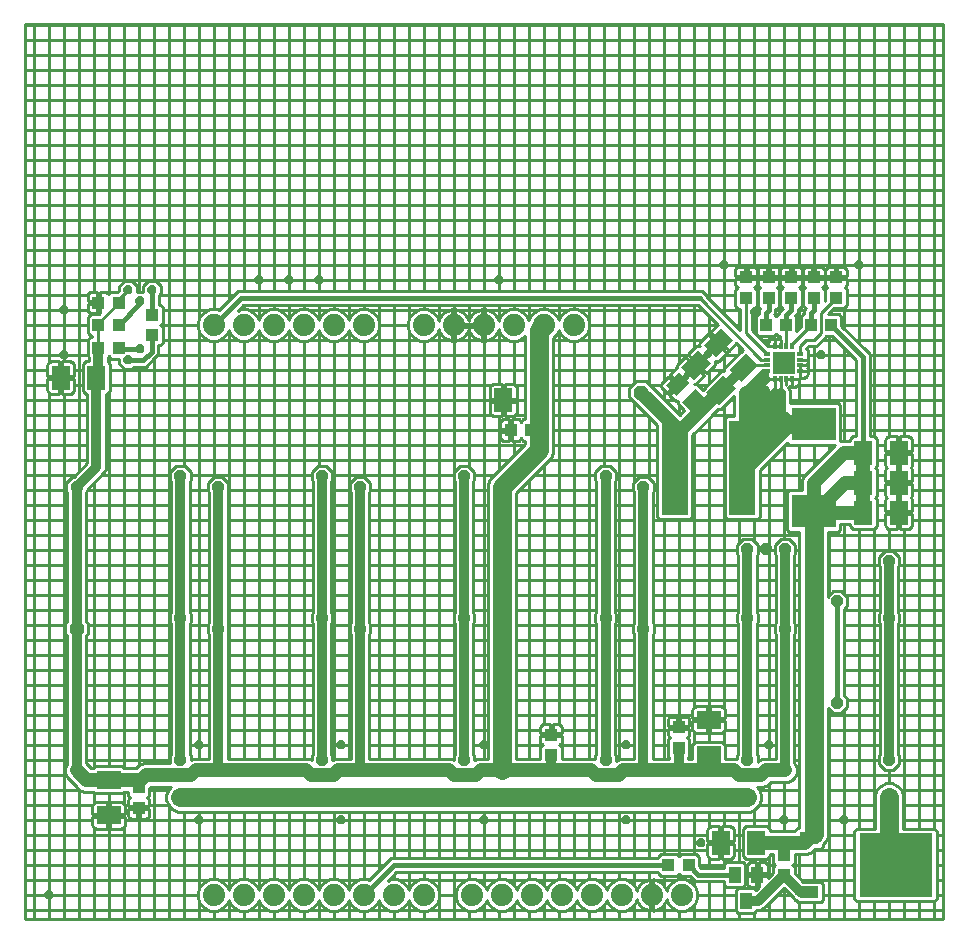
<source format=gbl>
G75*
%MOIN*%
%OFA0B0*%
%FSLAX24Y24*%
%IPPOS*%
%LPD*%
%AMOC8*
5,1,8,0,0,1.08239X$1,22.5*
%
%ADD10R,0.0866X0.3150*%
%ADD11R,0.0768X0.0768*%
%ADD12R,0.0197X0.0118*%
%ADD13R,0.0118X0.0197*%
%ADD14R,0.1496X0.1102*%
%ADD15R,0.0433X0.0394*%
%ADD16R,0.0512X0.0630*%
%ADD17R,0.0591X0.0787*%
%ADD18R,0.0394X0.0433*%
%ADD19R,0.0425X0.0413*%
%ADD20R,0.0394X0.0551*%
%ADD21R,0.2441X0.2126*%
%ADD22R,0.0630X0.0394*%
%ADD23R,0.0413X0.0425*%
%ADD24R,0.0787X0.0591*%
%ADD25C,0.0740*%
%ADD26C,0.0100*%
%ADD27OC8,0.0300*%
%ADD28OC8,0.0380*%
%ADD29C,0.0640*%
%ADD30C,0.0320*%
%ADD31C,0.0160*%
%ADD32C,0.0240*%
%ADD33C,0.0480*%
%ADD34OC8,0.0480*%
D10*
X022028Y019143D03*
X024272Y019143D03*
D11*
X025650Y022643D03*
D12*
X025099Y022545D03*
X025099Y022742D03*
X025099Y022939D03*
X025099Y022348D03*
X026201Y022348D03*
X026201Y022545D03*
X026201Y022742D03*
X026201Y022939D03*
D13*
X025945Y023194D03*
X025748Y023194D03*
X025552Y023194D03*
X025355Y023194D03*
X025355Y022092D03*
X025552Y022092D03*
X025748Y022092D03*
X025945Y022092D03*
D14*
X026650Y020600D03*
X026650Y017687D03*
D15*
X026650Y024809D03*
X026650Y025478D03*
X027400Y025478D03*
X027400Y024809D03*
X025650Y006228D03*
X025650Y005559D03*
X004585Y023559D03*
X004585Y024228D03*
D16*
G36*
X022163Y022325D02*
X022525Y021963D01*
X022081Y021519D01*
X021719Y021881D01*
X022163Y022325D01*
G37*
G36*
X022719Y021768D02*
X023081Y021406D01*
X022637Y020962D01*
X022275Y021324D01*
X022719Y021768D01*
G37*
D17*
G36*
X022801Y023047D02*
X023218Y022630D01*
X022663Y022075D01*
X022246Y022492D01*
X022801Y023047D01*
G37*
G36*
X023551Y023797D02*
X023968Y023380D01*
X023413Y022825D01*
X022996Y023242D01*
X023551Y023797D01*
G37*
G36*
X024387Y022962D02*
X024804Y022545D01*
X024249Y021990D01*
X023832Y022407D01*
X024387Y022962D01*
G37*
G36*
X023637Y022212D02*
X024054Y021795D01*
X023499Y021240D01*
X023082Y021657D01*
X023637Y022212D01*
G37*
X028309Y019643D03*
X028309Y018643D03*
X028309Y017643D03*
X029491Y017643D03*
X029491Y018643D03*
X029491Y019643D03*
X024741Y006643D03*
X023559Y006643D03*
X017491Y021393D03*
X016309Y021393D03*
X002741Y022143D03*
X001559Y022143D03*
D18*
X002815Y023143D03*
X002815Y023893D03*
X003485Y023893D03*
X003485Y023143D03*
X021815Y005893D03*
X022485Y005893D03*
X025065Y023893D03*
X025735Y023893D03*
X026565Y023893D03*
X027235Y023893D03*
D19*
X025900Y024799D03*
X025900Y025488D03*
X025150Y025488D03*
X025150Y024799D03*
X024400Y024799D03*
X024400Y025488D03*
X022150Y010488D03*
X022150Y009799D03*
X017900Y009549D03*
X017900Y010238D03*
X004150Y008488D03*
X004150Y007799D03*
D20*
X024026Y005576D03*
X024774Y005576D03*
X024400Y004710D03*
D21*
X029384Y005893D03*
D22*
X026510Y004996D03*
X026510Y006791D03*
D23*
X017244Y020393D03*
X016556Y020393D03*
X003494Y024643D03*
X002806Y024643D03*
D24*
X003150Y008734D03*
X003150Y007553D03*
X023150Y009553D03*
X023150Y010734D03*
D25*
X022250Y004893D03*
X021250Y004893D03*
X020250Y004893D03*
X019250Y004893D03*
X018250Y004893D03*
X017250Y004893D03*
X016250Y004893D03*
X015250Y004893D03*
X013650Y004893D03*
X012650Y004893D03*
X011650Y004893D03*
X010650Y004893D03*
X009650Y004893D03*
X008650Y004893D03*
X007650Y004893D03*
X006650Y004893D03*
X006650Y023893D03*
X007650Y023893D03*
X008650Y023893D03*
X009650Y023893D03*
X010650Y023893D03*
X011650Y023893D03*
X013650Y023893D03*
X014650Y023893D03*
X015650Y023893D03*
X016650Y023893D03*
X017650Y023893D03*
X018650Y023893D03*
D26*
X000350Y033943D02*
X000350Y004093D01*
X030950Y004093D01*
X030950Y033943D01*
X000350Y033943D01*
X000350Y033893D02*
X030950Y033893D01*
X030650Y033943D02*
X030650Y007106D01*
X030667Y007106D02*
X030755Y007018D01*
X030755Y004768D01*
X030667Y004680D01*
X028102Y004680D01*
X028014Y004768D01*
X028014Y007018D01*
X028102Y007106D01*
X028700Y007106D01*
X028700Y008239D01*
X028771Y008412D01*
X028903Y008544D01*
X029076Y008615D01*
X029263Y008615D01*
X029436Y008544D01*
X029568Y008412D01*
X029640Y008239D01*
X029640Y007106D01*
X030667Y007106D01*
X030755Y006893D02*
X030950Y006893D01*
X030950Y007393D02*
X029640Y007393D01*
X029650Y007106D02*
X029650Y017100D01*
X029541Y017100D02*
X029806Y017100D01*
X029844Y017110D01*
X029878Y017130D01*
X029906Y017158D01*
X029926Y017192D01*
X029936Y017230D01*
X029936Y017593D01*
X029541Y017593D01*
X029541Y017693D01*
X029936Y017693D01*
X029936Y018057D01*
X029926Y018095D01*
X029906Y018129D01*
X029892Y018143D01*
X029906Y018158D01*
X029926Y018192D01*
X029936Y018230D01*
X029936Y018593D01*
X029541Y018593D01*
X029541Y018693D01*
X029936Y018693D01*
X029936Y019057D01*
X029926Y019095D01*
X029906Y019129D01*
X029892Y019143D01*
X029906Y019158D01*
X029926Y019192D01*
X029936Y019230D01*
X029936Y019593D01*
X029541Y019593D01*
X029541Y019693D01*
X029936Y019693D01*
X029936Y020057D01*
X029926Y020095D01*
X029906Y020129D01*
X029878Y020157D01*
X029844Y020177D01*
X029806Y020187D01*
X029541Y020187D01*
X029541Y019693D01*
X029441Y019693D01*
X029441Y020187D01*
X029176Y020187D01*
X029137Y020177D01*
X029103Y020157D01*
X029075Y020129D01*
X029055Y020095D01*
X029045Y020057D01*
X029045Y019693D01*
X029441Y019693D01*
X029441Y019593D01*
X029541Y019593D01*
X029541Y019100D01*
X029541Y018693D01*
X029441Y018693D01*
X029441Y019593D01*
X029045Y019593D01*
X029045Y019230D01*
X029055Y019192D01*
X029075Y019158D01*
X029089Y019143D01*
X029075Y019129D01*
X029055Y019095D01*
X029045Y019057D01*
X029045Y018693D01*
X029441Y018693D01*
X029441Y018593D01*
X029541Y018593D01*
X029541Y018100D01*
X029541Y017693D01*
X029441Y017693D01*
X029441Y018593D01*
X029045Y018593D01*
X029045Y018230D01*
X029055Y018192D01*
X029075Y018158D01*
X029089Y018143D01*
X029075Y018129D01*
X029055Y018095D01*
X029045Y018057D01*
X029045Y017693D01*
X029441Y017693D01*
X029441Y017593D01*
X029541Y017593D01*
X029541Y017100D01*
X029441Y017100D02*
X029441Y017593D01*
X029045Y017593D01*
X029045Y017230D01*
X029055Y017192D01*
X029075Y017158D01*
X029103Y017130D01*
X029137Y017110D01*
X029176Y017100D01*
X029441Y017100D01*
X029150Y017106D02*
X029150Y016359D01*
X029029Y016359D02*
X029311Y016359D01*
X029510Y016160D01*
X029510Y015878D01*
X029480Y015848D01*
X029480Y014300D01*
X029510Y014270D01*
X029510Y013989D01*
X029480Y013959D01*
X029480Y009576D01*
X029510Y009546D01*
X029510Y009264D01*
X029311Y009065D01*
X029029Y009065D01*
X028830Y009264D01*
X028830Y009546D01*
X028860Y009576D01*
X028860Y013959D01*
X028830Y013989D01*
X028830Y014270D01*
X028860Y014300D01*
X028860Y015848D01*
X028830Y015878D01*
X028830Y016160D01*
X029029Y016359D01*
X028830Y015893D02*
X027120Y015893D01*
X027120Y016393D02*
X030950Y016393D01*
X030950Y015893D02*
X029510Y015893D01*
X029480Y015393D02*
X030950Y015393D01*
X030950Y014893D02*
X029480Y014893D01*
X029480Y014393D02*
X030950Y014393D01*
X030950Y013893D02*
X029480Y013893D01*
X029480Y013393D02*
X030950Y013393D01*
X030950Y012893D02*
X029480Y012893D01*
X029480Y012393D02*
X030950Y012393D01*
X030950Y011893D02*
X029480Y011893D01*
X029480Y011393D02*
X030950Y011393D01*
X030950Y010893D02*
X029480Y010893D01*
X029480Y010393D02*
X030950Y010393D01*
X030950Y009893D02*
X029480Y009893D01*
X029510Y009393D02*
X030950Y009393D01*
X030950Y008893D02*
X027120Y008893D01*
X027120Y008393D02*
X028764Y008393D01*
X028700Y007893D02*
X027120Y007893D01*
X027120Y007393D02*
X028700Y007393D01*
X028650Y007106D02*
X028650Y017100D01*
X028667Y017100D02*
X028755Y017187D01*
X028755Y018099D01*
X028711Y018143D01*
X028755Y018187D01*
X028755Y019099D01*
X028711Y019143D01*
X028755Y019187D01*
X028755Y020099D01*
X028667Y020187D01*
X028539Y020187D01*
X028539Y022914D01*
X028405Y023049D01*
X027581Y023872D01*
X027581Y024172D01*
X027494Y024260D01*
X027134Y024260D01*
X027336Y024462D01*
X027679Y024462D01*
X027767Y024550D01*
X027767Y025068D01*
X027686Y025148D01*
X027709Y025161D01*
X027737Y025189D01*
X027756Y025223D01*
X027767Y025261D01*
X027767Y025430D01*
X027448Y025430D01*
X027448Y025526D01*
X027352Y025526D01*
X027352Y025430D01*
X027033Y025430D01*
X027033Y025261D01*
X027044Y025223D01*
X027063Y025189D01*
X027091Y025161D01*
X027114Y025148D01*
X027033Y025068D01*
X027033Y024725D01*
X027017Y024708D01*
X027017Y025068D01*
X026936Y025148D01*
X026959Y025161D01*
X026987Y025189D01*
X027006Y025223D01*
X027017Y025261D01*
X027017Y025430D01*
X026698Y025430D01*
X026698Y025526D01*
X026602Y025526D01*
X026602Y025430D01*
X026283Y025430D01*
X026283Y025261D01*
X026294Y025223D01*
X026313Y025189D01*
X026341Y025161D01*
X026364Y025148D01*
X026283Y025068D01*
X026283Y024550D01*
X026371Y024462D01*
X026393Y024462D01*
X026335Y024404D01*
X026335Y024260D01*
X026306Y024260D01*
X026219Y024172D01*
X026219Y023829D01*
X026081Y023692D01*
X026081Y024172D01*
X026043Y024211D01*
X026130Y024298D01*
X026130Y024442D01*
X026175Y024442D01*
X026263Y024530D01*
X026263Y025068D01*
X026182Y025148D01*
X026205Y025161D01*
X026233Y025189D01*
X026252Y025223D01*
X026263Y025261D01*
X026263Y025438D01*
X025950Y025438D01*
X025950Y025538D01*
X025850Y025538D01*
X025850Y025844D01*
X025668Y025844D01*
X025630Y025834D01*
X025595Y025815D01*
X025567Y025787D01*
X025548Y025752D01*
X025537Y025714D01*
X025537Y025538D01*
X025850Y025538D01*
X025850Y025438D01*
X025537Y025438D01*
X025537Y025261D01*
X025548Y025223D01*
X025567Y025189D01*
X025595Y025161D01*
X025618Y025148D01*
X025537Y025068D01*
X025537Y024530D01*
X025624Y024443D01*
X025505Y024323D01*
X025505Y024260D01*
X025476Y024260D01*
X025400Y024184D01*
X025333Y024251D01*
X025380Y024298D01*
X025380Y024442D01*
X025425Y024442D01*
X025513Y024530D01*
X025513Y025068D01*
X025432Y025148D01*
X025455Y025161D01*
X025483Y025189D01*
X025502Y025223D01*
X025513Y025261D01*
X025513Y025438D01*
X025200Y025438D01*
X025200Y025538D01*
X025100Y025538D01*
X025100Y025844D01*
X024918Y025844D01*
X024880Y025834D01*
X024845Y025815D01*
X024817Y025787D01*
X024798Y025752D01*
X024787Y025714D01*
X024787Y025538D01*
X025100Y025538D01*
X025100Y025438D01*
X024787Y025438D01*
X024787Y025261D01*
X024798Y025223D01*
X024817Y025189D01*
X024845Y025161D01*
X024868Y025148D01*
X024787Y025068D01*
X024787Y024530D01*
X024874Y024443D01*
X024835Y024404D01*
X024835Y024260D01*
X024806Y024260D01*
X024719Y024172D01*
X024719Y023615D01*
X024806Y023527D01*
X025324Y023527D01*
X025400Y023602D01*
X025476Y023527D01*
X025548Y023527D01*
X025548Y023443D01*
X025473Y023443D01*
X025453Y023438D01*
X025434Y023443D01*
X025355Y023443D01*
X025355Y023354D01*
X025355Y023443D01*
X025276Y023443D01*
X025238Y023433D01*
X025204Y023413D01*
X025176Y023385D01*
X025156Y023351D01*
X025146Y023313D01*
X025146Y023194D01*
X025146Y023180D01*
X024600Y023726D01*
X024600Y024442D01*
X024675Y024442D01*
X024763Y024530D01*
X024763Y025068D01*
X024682Y025148D01*
X024705Y025161D01*
X024733Y025189D01*
X024752Y025223D01*
X024763Y025261D01*
X024763Y025438D01*
X024450Y025438D01*
X024450Y025538D01*
X024350Y025538D01*
X024350Y025844D01*
X024168Y025844D01*
X024130Y025834D01*
X024095Y025815D01*
X024067Y025787D01*
X024048Y025752D01*
X024037Y025714D01*
X024037Y025538D01*
X024350Y025538D01*
X024350Y025438D01*
X024037Y025438D01*
X024037Y025261D01*
X024048Y025223D01*
X024067Y025189D01*
X024095Y025161D01*
X024118Y025148D01*
X024037Y025068D01*
X024037Y024530D01*
X024125Y024442D01*
X024200Y024442D01*
X024200Y023726D01*
X023080Y024846D01*
X023080Y024889D01*
X022945Y025023D01*
X007455Y025023D01*
X006818Y024387D01*
X006753Y024413D01*
X006547Y024413D01*
X006355Y024334D01*
X006209Y024188D01*
X006130Y023997D01*
X006130Y023790D01*
X006209Y023599D01*
X006355Y023452D01*
X006547Y023373D01*
X006753Y023373D01*
X006945Y023452D01*
X007091Y023599D01*
X007150Y023742D01*
X007150Y009441D01*
X007117Y009441D02*
X007117Y013604D01*
X007147Y013634D01*
X007147Y013916D01*
X007117Y013946D01*
X007117Y018329D01*
X007147Y018359D01*
X007147Y018640D01*
X006948Y018840D01*
X006667Y018840D01*
X006467Y018640D01*
X006467Y018359D01*
X006497Y018329D01*
X006497Y013946D01*
X006467Y013916D01*
X006467Y013634D01*
X006497Y013604D01*
X006497Y009441D01*
X005980Y009441D01*
X005888Y009403D01*
X005888Y009546D01*
X005858Y009576D01*
X005858Y013959D01*
X005888Y013989D01*
X005888Y014270D01*
X005858Y014300D01*
X005858Y018683D01*
X005888Y018713D01*
X005888Y018995D01*
X005688Y019194D01*
X005407Y019194D01*
X005208Y018995D01*
X005208Y018713D01*
X005238Y018683D01*
X005238Y014300D01*
X005208Y014270D01*
X005208Y013989D01*
X005238Y013959D01*
X005238Y009576D01*
X005208Y009546D01*
X005208Y009283D01*
X004322Y009283D01*
X004179Y009224D01*
X004079Y009124D01*
X003661Y009124D01*
X003606Y009179D01*
X002694Y009179D01*
X002639Y009124D01*
X002562Y009124D01*
X002393Y009292D01*
X002393Y013534D01*
X002473Y013614D01*
X002473Y013937D01*
X002393Y014017D01*
X002393Y018329D01*
X002423Y018359D01*
X002423Y018401D01*
X003003Y018981D01*
X003051Y019095D01*
X003051Y021600D01*
X003098Y021600D01*
X003186Y021687D01*
X003186Y022599D01*
X003125Y022660D01*
X003125Y022828D01*
X003150Y022852D01*
X003150Y022635D01*
X003226Y022777D02*
X003515Y022777D01*
X003515Y022588D01*
X003691Y022412D01*
X003940Y022412D01*
X004010Y022482D01*
X004383Y022482D01*
X004680Y022779D01*
X004815Y022914D01*
X004815Y023212D01*
X004864Y023212D01*
X004952Y023300D01*
X004952Y023818D01*
X004876Y023893D01*
X006130Y023893D01*
X006150Y023742D02*
X006150Y009441D01*
X005858Y009893D02*
X006497Y009893D01*
X006497Y010393D02*
X005858Y010393D01*
X005858Y010893D02*
X006497Y010893D01*
X006497Y011393D02*
X005858Y011393D01*
X005858Y011893D02*
X006497Y011893D01*
X006497Y012393D02*
X005858Y012393D01*
X005858Y012893D02*
X006497Y012893D01*
X006497Y013393D02*
X005858Y013393D01*
X005858Y013893D02*
X006467Y013893D01*
X006497Y014393D02*
X005858Y014393D01*
X005858Y014893D02*
X006497Y014893D01*
X006497Y015393D02*
X005858Y015393D01*
X005858Y015893D02*
X006497Y015893D01*
X006497Y016393D02*
X005858Y016393D01*
X005858Y016893D02*
X006497Y016893D01*
X006497Y017393D02*
X005858Y017393D01*
X005858Y017893D02*
X006497Y017893D01*
X006467Y018393D02*
X005858Y018393D01*
X005888Y018893D02*
X009932Y018893D01*
X009932Y018995D02*
X009932Y018713D01*
X009962Y018683D01*
X009962Y014300D01*
X009932Y014270D01*
X009932Y013989D01*
X009962Y013959D01*
X009962Y009576D01*
X009932Y009546D01*
X009932Y009394D01*
X009820Y009441D01*
X007117Y009441D01*
X007117Y009893D02*
X009962Y009893D01*
X009650Y009441D02*
X009650Y023373D01*
X009547Y023373D02*
X009753Y023373D01*
X009945Y023452D01*
X010091Y023599D01*
X010150Y023742D01*
X010150Y019194D01*
X010131Y019194D02*
X009932Y018995D01*
X010131Y019194D02*
X010413Y019194D01*
X010612Y018995D01*
X010612Y018713D01*
X010582Y018683D01*
X010582Y014300D01*
X010612Y014270D01*
X010612Y013989D01*
X010582Y013959D01*
X010582Y009576D01*
X010612Y009546D01*
X010612Y009392D01*
X010730Y009441D01*
X011222Y009441D01*
X011222Y013604D01*
X011192Y013634D01*
X011192Y013916D01*
X011222Y013946D01*
X011222Y018329D01*
X011192Y018359D01*
X011192Y018640D01*
X011391Y018840D01*
X011673Y018840D01*
X011872Y018640D01*
X011872Y018359D01*
X011842Y018329D01*
X011842Y013946D01*
X011872Y013916D01*
X011872Y013634D01*
X011842Y013604D01*
X011842Y009441D01*
X014570Y009441D01*
X014656Y009405D01*
X014656Y009546D01*
X014686Y009576D01*
X014686Y013959D01*
X014656Y013989D01*
X014656Y014270D01*
X014686Y014300D01*
X014686Y018683D01*
X014656Y018713D01*
X014656Y018995D01*
X014856Y019194D01*
X015137Y019194D01*
X015336Y018995D01*
X015336Y018713D01*
X015306Y018683D01*
X015306Y014300D01*
X015336Y014270D01*
X015336Y013989D01*
X015306Y013959D01*
X015306Y009576D01*
X015336Y009546D01*
X015336Y009381D01*
X015337Y009381D01*
X015480Y009441D01*
X015786Y009441D01*
X015786Y018593D01*
X015858Y018766D01*
X015990Y018898D01*
X015990Y018898D01*
X017021Y019929D01*
X017021Y020031D01*
X016976Y020031D01*
X016895Y020111D01*
X016882Y020089D01*
X016854Y020061D01*
X016820Y020041D01*
X016782Y020031D01*
X016606Y020031D01*
X016606Y020343D01*
X016506Y020343D01*
X016506Y020031D01*
X016329Y020031D01*
X016291Y020041D01*
X016257Y020061D01*
X016229Y020089D01*
X016209Y020123D01*
X016199Y020161D01*
X016199Y020343D01*
X016506Y020343D01*
X016506Y020443D01*
X016506Y020756D01*
X016329Y020756D01*
X016291Y020746D01*
X016257Y020726D01*
X016229Y020698D01*
X016209Y020664D01*
X016199Y020626D01*
X016199Y020443D01*
X016506Y020443D01*
X016606Y020443D01*
X016606Y020756D01*
X016782Y020756D01*
X016820Y020746D01*
X016854Y020726D01*
X016882Y020698D01*
X016895Y020675D01*
X016976Y020756D01*
X017021Y020756D01*
X017021Y023528D01*
X016945Y023452D01*
X016753Y023373D01*
X016547Y023373D01*
X016355Y023452D01*
X016209Y023599D01*
X016149Y023745D01*
X016132Y023694D01*
X016095Y023621D01*
X016047Y023555D01*
X015989Y023497D01*
X015923Y023449D01*
X015850Y023411D01*
X015772Y023386D01*
X015700Y023375D01*
X015700Y023843D01*
X015600Y023843D01*
X015600Y023375D01*
X015528Y023386D01*
X015450Y023411D01*
X015377Y023449D01*
X015311Y023497D01*
X015253Y023555D01*
X015205Y023621D01*
X015168Y023694D01*
X015150Y023749D01*
X015150Y019181D01*
X015336Y018893D02*
X015985Y018893D01*
X016150Y019058D02*
X016150Y020850D01*
X016259Y020850D02*
X015994Y020850D01*
X015956Y020860D01*
X015922Y020880D01*
X015894Y020908D01*
X015874Y020942D01*
X015864Y020980D01*
X015864Y021343D01*
X016259Y021343D01*
X016259Y021443D01*
X015864Y021443D01*
X015864Y021807D01*
X015874Y021845D01*
X015894Y021879D01*
X015922Y021907D01*
X015956Y021927D01*
X015994Y021937D01*
X016259Y021937D01*
X016259Y021443D01*
X016359Y021443D01*
X016359Y021937D01*
X016624Y021937D01*
X016663Y021927D01*
X016697Y021907D01*
X016725Y021879D01*
X016745Y021845D01*
X016755Y021807D01*
X016755Y021443D01*
X016359Y021443D01*
X016359Y021343D01*
X016359Y020850D01*
X016624Y020850D01*
X016663Y020860D01*
X016697Y020880D01*
X016725Y020908D01*
X016745Y020942D01*
X016755Y020980D01*
X016755Y021343D01*
X016359Y021343D01*
X016259Y021343D01*
X016259Y020850D01*
X016259Y020893D02*
X016359Y020893D01*
X016650Y020856D02*
X016650Y020756D01*
X016711Y020893D02*
X017021Y020893D01*
X017021Y021393D02*
X016359Y021393D01*
X016259Y021393D02*
X003051Y021393D01*
X003150Y021652D02*
X003150Y009179D01*
X003650Y009135D02*
X003650Y022453D01*
X003186Y022393D02*
X017021Y022393D01*
X017021Y022893D02*
X004794Y022893D01*
X004650Y022749D02*
X004650Y009283D01*
X004150Y009195D02*
X004150Y022482D01*
X003226Y022777D02*
X003150Y022852D01*
X002815Y023143D02*
X002815Y023893D01*
X002815Y023964D01*
X003494Y024643D01*
X003494Y024754D01*
X003815Y025074D01*
X003515Y025057D02*
X003464Y025006D01*
X003226Y025006D01*
X003145Y024925D01*
X003132Y024948D01*
X003104Y024976D01*
X003070Y024996D01*
X003032Y025006D01*
X002856Y025006D01*
X002856Y024693D01*
X002756Y024693D01*
X002756Y025006D01*
X002579Y025006D01*
X002541Y024996D01*
X002507Y024976D01*
X002479Y024948D01*
X002459Y024914D01*
X002449Y024876D01*
X002449Y024693D01*
X002756Y024693D01*
X002756Y024593D01*
X002856Y024593D01*
X002856Y024287D01*
X002828Y024260D01*
X002556Y024260D01*
X002469Y024172D01*
X002469Y023615D01*
X002556Y023527D01*
X002615Y023527D01*
X002615Y023510D01*
X002556Y023510D01*
X002469Y023422D01*
X002469Y022865D01*
X002505Y022828D01*
X002505Y022687D01*
X002383Y022687D01*
X002295Y022599D01*
X002295Y021687D01*
X002383Y021600D01*
X002431Y021600D01*
X002431Y019285D01*
X001985Y018840D01*
X001942Y018840D01*
X001743Y018640D01*
X001743Y018359D01*
X001773Y018329D01*
X001773Y014017D01*
X001693Y013937D01*
X001693Y013614D01*
X001773Y013534D01*
X001773Y009292D01*
X001752Y009272D01*
X001693Y009128D01*
X001693Y008973D01*
X001752Y008830D01*
X002069Y008513D01*
X002179Y008403D01*
X002322Y008344D01*
X002639Y008344D01*
X002694Y008289D01*
X003606Y008289D01*
X003661Y008344D01*
X003787Y008344D01*
X003787Y008219D01*
X003868Y008139D01*
X003845Y008126D01*
X003817Y008098D01*
X003798Y008063D01*
X003787Y008025D01*
X003787Y007849D01*
X004100Y007849D01*
X004100Y007749D01*
X003787Y007749D01*
X003787Y007572D01*
X003798Y007534D01*
X003817Y007500D01*
X003845Y007472D01*
X003880Y007452D01*
X003918Y007442D01*
X004100Y007442D01*
X004100Y007749D01*
X004200Y007749D01*
X004200Y007849D01*
X004513Y007849D01*
X004513Y008025D01*
X004502Y008063D01*
X004483Y008098D01*
X004455Y008126D01*
X004432Y008139D01*
X004513Y008219D01*
X004513Y008454D01*
X004562Y008503D01*
X005241Y008503D01*
X005149Y008412D01*
X005078Y008239D01*
X005078Y008052D01*
X005149Y007879D01*
X005281Y007747D01*
X005454Y007675D01*
X024539Y007675D01*
X024712Y007747D01*
X024844Y007879D01*
X024915Y008052D01*
X024915Y008239D01*
X024844Y008412D01*
X024752Y008503D01*
X024978Y008503D01*
X025121Y008563D01*
X025219Y008661D01*
X025783Y008661D01*
X025926Y008720D01*
X026036Y008830D01*
X026095Y008973D01*
X026095Y009128D01*
X026036Y009272D01*
X026015Y009292D01*
X026015Y013604D01*
X026045Y013634D01*
X026045Y013916D01*
X026015Y013946D01*
X026015Y016242D01*
X026045Y016272D01*
X026045Y016554D01*
X025846Y016753D01*
X025564Y016753D01*
X025365Y016554D01*
X025365Y016272D01*
X025395Y016242D01*
X025395Y013946D01*
X025365Y013916D01*
X025365Y013634D01*
X025395Y013604D01*
X025395Y009441D01*
X024980Y009441D01*
X024837Y009381D01*
X024785Y009330D01*
X024785Y009546D01*
X024755Y009576D01*
X024755Y013959D01*
X024785Y013989D01*
X024785Y014270D01*
X024755Y014300D01*
X024755Y016242D01*
X024785Y016272D01*
X024785Y016554D01*
X024586Y016753D01*
X024304Y016753D01*
X024105Y016554D01*
X024105Y016272D01*
X024135Y016242D01*
X024135Y014300D01*
X024105Y014270D01*
X024105Y013989D01*
X024135Y013959D01*
X024135Y009576D01*
X024105Y009546D01*
X024105Y009426D01*
X024070Y009441D01*
X023694Y009441D01*
X023694Y009910D01*
X023606Y009998D01*
X022694Y009998D01*
X022606Y009910D01*
X022606Y009441D01*
X022460Y009441D01*
X022460Y009477D01*
X022513Y009530D01*
X022513Y010068D01*
X022432Y010148D01*
X022455Y010161D01*
X022483Y010189D01*
X022502Y010223D01*
X022513Y010261D01*
X022513Y010438D01*
X022200Y010438D01*
X022200Y010538D01*
X022100Y010538D01*
X022100Y010844D01*
X021918Y010844D01*
X021880Y010834D01*
X021845Y010815D01*
X021817Y010787D01*
X021798Y010752D01*
X021787Y010714D01*
X021787Y010538D01*
X022100Y010538D01*
X022100Y010438D01*
X021787Y010438D01*
X021787Y010261D01*
X021798Y010223D01*
X021817Y010189D01*
X021845Y010161D01*
X021868Y010148D01*
X021787Y010068D01*
X021787Y009530D01*
X021840Y009477D01*
X021840Y009441D01*
X021291Y009441D01*
X021291Y013604D01*
X021321Y013634D01*
X021321Y013916D01*
X021291Y013946D01*
X021291Y018329D01*
X021321Y018359D01*
X021321Y018640D01*
X021122Y018840D01*
X020840Y018840D01*
X020641Y018640D01*
X020641Y018359D01*
X020671Y018329D01*
X020671Y013946D01*
X020641Y013916D01*
X020641Y013634D01*
X020671Y013604D01*
X020671Y009441D01*
X020230Y009441D01*
X020087Y009381D01*
X020061Y009356D01*
X020061Y009546D01*
X020031Y009576D01*
X020031Y013959D01*
X020061Y013989D01*
X020061Y014270D01*
X020031Y014300D01*
X020031Y018683D01*
X020061Y018713D01*
X020061Y018995D01*
X019862Y019194D01*
X019580Y019194D01*
X019381Y018995D01*
X019381Y018713D01*
X019411Y018683D01*
X019411Y014300D01*
X019381Y014270D01*
X019381Y013989D01*
X019411Y013959D01*
X019411Y009576D01*
X019381Y009546D01*
X019381Y009416D01*
X019320Y009441D01*
X018263Y009441D01*
X018263Y009818D01*
X018182Y009898D01*
X018205Y009911D01*
X018233Y009939D01*
X018252Y009973D01*
X018263Y010011D01*
X018263Y010188D01*
X017950Y010188D01*
X017950Y010288D01*
X017950Y010594D01*
X018132Y010594D01*
X018170Y010584D01*
X018205Y010565D01*
X018233Y010537D01*
X018252Y010502D01*
X018263Y010464D01*
X018263Y010288D01*
X017950Y010288D01*
X017850Y010288D01*
X017850Y010594D01*
X017668Y010594D01*
X017630Y010584D01*
X017595Y010565D01*
X017567Y010537D01*
X017548Y010502D01*
X017537Y010464D01*
X017537Y010288D01*
X017850Y010288D01*
X017850Y010188D01*
X017537Y010188D01*
X017537Y010011D01*
X017548Y009973D01*
X017567Y009939D01*
X017595Y009911D01*
X017618Y009898D01*
X017537Y009818D01*
X017537Y009441D01*
X016726Y009441D01*
X016726Y018305D01*
X017889Y019468D01*
X017961Y019640D01*
X017961Y023468D01*
X018091Y023599D01*
X018150Y023742D01*
X018150Y010590D01*
X018263Y010393D02*
X019411Y010393D01*
X019411Y010893D02*
X016726Y010893D01*
X016726Y010393D02*
X017537Y010393D01*
X017650Y010288D02*
X017650Y010188D01*
X017850Y010393D02*
X017950Y010393D01*
X018150Y010288D02*
X018150Y010188D01*
X018187Y009893D02*
X019411Y009893D01*
X019150Y009441D02*
X019150Y023742D01*
X019170Y023790D02*
X019170Y023997D01*
X019091Y024188D01*
X018945Y024334D01*
X018753Y024413D01*
X018547Y024413D01*
X018355Y024334D01*
X018209Y024188D01*
X018150Y024045D01*
X018150Y024563D01*
X017945Y024334D02*
X017753Y024413D01*
X017547Y024413D01*
X017355Y024334D01*
X017209Y024188D01*
X017159Y024067D01*
X017146Y024054D01*
X017091Y024188D01*
X016945Y024334D01*
X016753Y024413D01*
X016547Y024413D01*
X016355Y024334D01*
X016209Y024188D01*
X016149Y024042D01*
X016132Y024093D01*
X016095Y024166D01*
X016047Y024232D01*
X015989Y024290D01*
X015923Y024338D01*
X015850Y024375D01*
X015772Y024401D01*
X015700Y024412D01*
X015700Y023943D01*
X015600Y023943D01*
X015600Y023843D01*
X014700Y023843D01*
X014700Y023375D01*
X014772Y023386D01*
X014850Y023411D01*
X014923Y023449D01*
X014989Y023497D01*
X015047Y023555D01*
X015095Y023621D01*
X015132Y023694D01*
X015150Y023749D01*
X015150Y023843D02*
X015150Y023943D01*
X015169Y023943D02*
X014700Y023943D01*
X014700Y023843D01*
X014600Y023843D01*
X014600Y023375D01*
X014528Y023386D01*
X014450Y023411D01*
X014377Y023449D01*
X014311Y023497D01*
X014253Y023555D01*
X014205Y023621D01*
X014168Y023694D01*
X014151Y023745D01*
X014091Y023599D01*
X013945Y023452D01*
X013753Y023373D01*
X013547Y023373D01*
X013355Y023452D01*
X013209Y023599D01*
X013130Y023790D01*
X013130Y023997D01*
X013209Y024188D01*
X013355Y024334D01*
X013547Y024413D01*
X013753Y024413D01*
X013945Y024334D01*
X014091Y024188D01*
X014151Y024042D01*
X014168Y024093D01*
X014205Y024166D01*
X014253Y024232D01*
X014311Y024290D01*
X014377Y024338D01*
X014450Y024375D01*
X014528Y024401D01*
X014600Y024412D01*
X014600Y023943D01*
X014700Y023943D01*
X014700Y024412D01*
X014772Y024401D01*
X014850Y024375D01*
X014923Y024338D01*
X014989Y024290D01*
X015047Y024232D01*
X015095Y024166D01*
X015132Y024093D01*
X015150Y024037D01*
X015150Y024563D01*
X015311Y024290D02*
X015253Y024232D01*
X015205Y024166D01*
X015168Y024093D01*
X015150Y024037D01*
X015169Y023943D02*
X015600Y023943D01*
X015600Y024412D01*
X015528Y024401D01*
X015450Y024375D01*
X015377Y024338D01*
X015311Y024290D01*
X015506Y024393D02*
X014794Y024393D01*
X014700Y024393D02*
X014600Y024393D01*
X014506Y024393D02*
X013802Y024393D01*
X013650Y024413D02*
X013650Y024563D01*
X013498Y024393D02*
X011802Y024393D01*
X011753Y024413D02*
X011547Y024413D01*
X011355Y024334D01*
X011209Y024188D01*
X011150Y024045D01*
X011150Y024563D01*
X010945Y024334D02*
X010753Y024413D01*
X010547Y024413D01*
X010355Y024334D01*
X010209Y024188D01*
X010150Y024045D01*
X010150Y024563D01*
X009945Y024334D02*
X009753Y024413D01*
X009547Y024413D01*
X009355Y024334D01*
X009209Y024188D01*
X009150Y024045D01*
X009150Y024563D01*
X008945Y024334D02*
X008753Y024413D01*
X008547Y024413D01*
X008355Y024334D01*
X008209Y024188D01*
X008150Y024045D01*
X008091Y024188D01*
X007945Y024334D01*
X007753Y024413D01*
X007547Y024413D01*
X007459Y024377D01*
X007645Y024563D01*
X022797Y024563D01*
X023451Y023909D01*
X023203Y023661D01*
X023482Y023382D01*
X023412Y023311D01*
X023132Y023590D01*
X022875Y023333D01*
X022855Y023299D01*
X022845Y023261D01*
X022845Y023222D01*
X022854Y023189D01*
X022822Y023198D01*
X022782Y023198D01*
X022744Y023188D01*
X022710Y023168D01*
X022453Y022911D01*
X022732Y022632D01*
X022662Y022561D01*
X022382Y022840D01*
X022125Y022583D01*
X022105Y022549D01*
X022095Y022511D01*
X022095Y022472D01*
X022098Y022461D01*
X022071Y022445D01*
X021870Y022244D01*
X022122Y021992D01*
X022415Y022286D01*
X022401Y022300D01*
X022662Y022561D01*
X022732Y022490D01*
X022383Y022141D01*
X022398Y022127D01*
X022192Y021922D01*
X022122Y021992D01*
X022051Y021922D01*
X021799Y022173D01*
X021598Y021972D01*
X021578Y021938D01*
X021568Y021900D01*
X021568Y021860D01*
X021578Y021822D01*
X021598Y021788D01*
X021757Y021628D01*
X022051Y021922D01*
X022122Y021851D01*
X021828Y021558D01*
X021988Y021398D01*
X022022Y021378D01*
X022060Y021368D01*
X022100Y021368D01*
X022125Y021375D01*
X022125Y021261D01*
X022338Y021048D01*
X022193Y020902D01*
X021121Y021974D01*
X021121Y021974D01*
X021062Y022033D01*
X020738Y022033D01*
X020679Y021974D01*
X020569Y021864D01*
X020510Y021805D01*
X020510Y021482D01*
X020569Y021422D01*
X021445Y020547D01*
X021445Y017506D01*
X021533Y017419D01*
X022523Y017419D01*
X022611Y017506D01*
X022611Y020218D01*
X023164Y020770D01*
X023273Y020880D01*
X023482Y021089D01*
X023560Y021089D01*
X024010Y021538D01*
X024010Y020868D01*
X023777Y020868D01*
X023689Y020780D01*
X023689Y017506D01*
X023777Y017419D01*
X024767Y017419D01*
X024855Y017506D01*
X024855Y019062D01*
X025621Y019828D01*
X025766Y019973D01*
X025840Y019899D01*
X027354Y019899D01*
X027319Y019864D01*
X026429Y018974D01*
X026319Y018864D01*
X026260Y018721D01*
X026260Y018388D01*
X025840Y018388D01*
X025752Y018300D01*
X025752Y017073D01*
X025840Y016985D01*
X026180Y016985D01*
X026180Y007138D01*
X026133Y007138D01*
X026045Y007050D01*
X026045Y007033D01*
X025186Y007033D01*
X025186Y007099D01*
X025098Y007187D01*
X024383Y007187D01*
X024295Y007099D01*
X024295Y006187D01*
X024383Y006100D01*
X025098Y006100D01*
X025186Y006187D01*
X025186Y006253D01*
X025283Y006253D01*
X025283Y005969D01*
X025359Y005893D01*
X025115Y005893D01*
X025111Y005910D02*
X025091Y005944D01*
X025063Y005972D01*
X025029Y005992D01*
X024991Y006002D01*
X024822Y006002D01*
X024822Y005625D01*
X024726Y005625D01*
X024726Y006002D01*
X024557Y006002D01*
X024519Y005992D01*
X024485Y005972D01*
X024457Y005944D01*
X024437Y005910D01*
X024427Y005872D01*
X024427Y005625D01*
X024726Y005625D01*
X024726Y005528D01*
X024822Y005528D01*
X024822Y005170D01*
X024724Y005071D01*
X024659Y005136D01*
X024141Y005136D01*
X024053Y005048D01*
X024053Y004373D01*
X024141Y004285D01*
X024659Y004285D01*
X024747Y004373D01*
X024747Y004400D01*
X024863Y004400D01*
X024977Y004447D01*
X025064Y004535D01*
X025650Y005120D01*
X025650Y004093D01*
X025150Y004093D02*
X025150Y004620D01*
X025423Y004893D02*
X025877Y004893D01*
X025950Y004820D02*
X026037Y004733D01*
X026057Y004725D01*
X026133Y004649D01*
X026887Y004649D01*
X026975Y004737D01*
X026975Y005255D01*
X026887Y005343D01*
X026305Y005343D01*
X026017Y005631D01*
X026017Y005818D01*
X025941Y005893D01*
X028014Y005893D01*
X028014Y006393D02*
X026664Y006393D01*
X026650Y006379D02*
X026650Y005343D01*
X026975Y004893D02*
X028014Y004893D01*
X028150Y004680D02*
X028150Y004093D01*
X027650Y004093D02*
X027650Y011027D01*
X027578Y010955D02*
X027777Y011154D01*
X027777Y011436D01*
X027667Y011546D01*
X027667Y014430D01*
X027777Y014540D01*
X027777Y014822D01*
X027578Y015021D01*
X027297Y015021D01*
X027120Y014844D01*
X027120Y016985D01*
X027460Y016985D01*
X027548Y017073D01*
X027548Y017253D01*
X027864Y017253D01*
X027864Y017187D01*
X027952Y017100D01*
X028667Y017100D01*
X028755Y017393D02*
X029045Y017393D01*
X029150Y017593D02*
X029150Y017693D01*
X029045Y017893D02*
X028755Y017893D01*
X028755Y018393D02*
X029045Y018393D01*
X029150Y018593D02*
X029150Y018693D01*
X029045Y018893D02*
X028755Y018893D01*
X028755Y019393D02*
X029045Y019393D01*
X029150Y019593D02*
X029150Y019693D01*
X029045Y019893D02*
X028755Y019893D01*
X028650Y020187D02*
X028650Y033943D01*
X028150Y033943D02*
X028150Y023303D01*
X028060Y023393D02*
X030950Y023393D01*
X030950Y023893D02*
X027581Y023893D01*
X027650Y023803D02*
X027650Y024462D01*
X027267Y024393D02*
X030950Y024393D01*
X030950Y024893D02*
X027767Y024893D01*
X027400Y024809D02*
X026900Y024309D01*
X026900Y023643D01*
X026650Y023393D01*
X026400Y023393D01*
X026201Y023194D01*
X026201Y022939D01*
X026201Y022742D02*
X026400Y022742D01*
X026374Y022742D02*
X026450Y022742D01*
X026450Y023060D01*
X026401Y023108D01*
X026401Y023112D01*
X026483Y023193D01*
X026733Y023193D01*
X026983Y023443D01*
X027066Y023527D01*
X027276Y023527D01*
X028079Y022723D01*
X028079Y020187D01*
X027952Y020187D01*
X027864Y020099D01*
X027864Y020033D01*
X027572Y020033D01*
X027548Y020023D01*
X027548Y021213D01*
X027460Y021301D01*
X025862Y021301D01*
X025862Y021705D01*
X025814Y021819D01*
X025790Y021844D01*
X025827Y021844D01*
X025847Y021849D01*
X025866Y021844D01*
X025945Y021844D01*
X025945Y021932D01*
X025945Y021932D01*
X025945Y021844D01*
X026024Y021844D01*
X026062Y021854D01*
X026096Y021874D01*
X026124Y021902D01*
X026144Y021936D01*
X026154Y021974D01*
X026154Y022092D01*
X025945Y022092D01*
X025748Y022092D01*
X025748Y021893D01*
X025945Y021893D02*
X025945Y021893D01*
X025945Y022092D01*
X025945Y022092D01*
X026154Y022092D01*
X026154Y022139D01*
X026201Y022139D01*
X026201Y022348D01*
X026201Y022348D01*
X026201Y022545D01*
X026400Y022545D01*
X026361Y022545D02*
X026361Y022545D01*
X026450Y022545D01*
X026450Y022624D01*
X026444Y022643D01*
X026450Y022663D01*
X026450Y022742D01*
X026374Y022742D01*
X026374Y022742D01*
X026450Y022893D02*
X027909Y022893D01*
X027650Y023153D02*
X027650Y020033D01*
X027348Y019893D02*
X025687Y019893D01*
X025650Y019857D02*
X025650Y016753D01*
X025365Y016393D02*
X024785Y016393D01*
X024650Y016689D02*
X024650Y017419D01*
X024150Y017419D02*
X024150Y016599D01*
X024105Y016393D02*
X021291Y016393D01*
X021291Y015893D02*
X024135Y015893D01*
X024135Y015393D02*
X021291Y015393D01*
X021291Y014893D02*
X024135Y014893D01*
X024135Y014393D02*
X021291Y014393D01*
X021321Y013893D02*
X024135Y013893D01*
X024135Y013393D02*
X021291Y013393D01*
X021291Y012893D02*
X024135Y012893D01*
X024135Y012393D02*
X021291Y012393D01*
X021291Y011893D02*
X024135Y011893D01*
X024135Y011393D02*
X021291Y011393D01*
X021291Y010893D02*
X022606Y010893D01*
X022606Y010784D02*
X022606Y011049D01*
X022617Y011087D01*
X022636Y011121D01*
X022664Y011149D01*
X022698Y011169D01*
X022737Y011179D01*
X023100Y011179D01*
X023100Y010784D01*
X023200Y010784D01*
X023200Y011179D01*
X023563Y011179D01*
X023602Y011169D01*
X023636Y011149D01*
X023664Y011121D01*
X023683Y011087D01*
X023694Y011049D01*
X023694Y010784D01*
X023200Y010784D01*
X023200Y010684D01*
X023694Y010684D01*
X023694Y010419D01*
X023683Y010381D01*
X023664Y010346D01*
X023636Y010319D01*
X023602Y010299D01*
X023563Y010289D01*
X023200Y010289D01*
X023200Y010684D01*
X023100Y010684D01*
X022606Y010684D01*
X022606Y010419D01*
X022617Y010381D01*
X022636Y010346D01*
X022664Y010319D01*
X022698Y010299D01*
X022737Y010289D01*
X023100Y010289D01*
X023100Y010684D01*
X023100Y010784D01*
X022606Y010784D01*
X022650Y010784D02*
X022650Y010684D01*
X022513Y010714D02*
X022513Y010538D01*
X022200Y010538D01*
X022200Y010844D01*
X022382Y010844D01*
X022420Y010834D01*
X022455Y010815D01*
X022483Y010787D01*
X022502Y010752D01*
X022513Y010714D01*
X022513Y010393D02*
X022613Y010393D01*
X022650Y010333D02*
X022650Y009954D01*
X022606Y009893D02*
X022513Y009893D01*
X023150Y009998D02*
X023150Y010684D01*
X023150Y010784D02*
X023150Y020757D01*
X023287Y020893D02*
X024010Y020893D01*
X023650Y021178D02*
X023650Y011135D01*
X023694Y010893D02*
X024135Y010893D01*
X024135Y010393D02*
X023687Y010393D01*
X023650Y010333D02*
X023650Y009954D01*
X023694Y009893D02*
X024135Y009893D01*
X024755Y009893D02*
X025395Y009893D01*
X025150Y009441D02*
X025150Y019357D01*
X025187Y019393D02*
X026848Y019393D01*
X026650Y019195D02*
X026650Y019899D01*
X027150Y019899D02*
X027150Y019695D01*
X027319Y019864D02*
X027319Y019864D01*
X027548Y020393D02*
X028079Y020393D01*
X028079Y020893D02*
X027548Y020893D01*
X027150Y021301D02*
X027150Y023527D01*
X026933Y023393D02*
X027409Y023393D01*
X026650Y023193D02*
X026650Y021301D01*
X026150Y021301D02*
X026150Y021958D01*
X026116Y021893D02*
X028079Y021893D01*
X028079Y021393D02*
X025862Y021393D01*
X025552Y021643D02*
X025552Y022092D01*
X025355Y022092D01*
X025355Y021643D01*
X025355Y022092D02*
X025099Y022092D01*
X025099Y022348D01*
X024955Y022348D01*
X025099Y022545D02*
X024387Y022545D01*
X024318Y022476D01*
X024105Y022893D02*
X023695Y022893D01*
X023650Y022849D02*
X023650Y022363D01*
X023680Y022363D02*
X023575Y022363D01*
X022957Y021744D01*
X022782Y021919D01*
X022669Y021919D01*
X022670Y021924D01*
X022683Y021924D01*
X022721Y021934D01*
X022755Y021954D01*
X023012Y022211D01*
X022732Y022490D01*
X022803Y022561D01*
X022732Y022632D01*
X023082Y022981D01*
X023412Y023311D01*
X023482Y023240D01*
X023152Y022910D01*
X022803Y022561D01*
X023083Y022281D01*
X023340Y022538D01*
X023359Y022573D01*
X023370Y022611D01*
X023370Y022650D01*
X023361Y022682D01*
X023393Y022674D01*
X023433Y022674D01*
X023471Y022684D01*
X023505Y022704D01*
X023762Y022961D01*
X023482Y023240D01*
X023553Y023311D01*
X023833Y023031D01*
X024081Y023280D01*
X024286Y023074D01*
X023680Y022468D01*
X023680Y022363D01*
X023680Y022393D02*
X023195Y022393D01*
X023150Y022349D02*
X023150Y021938D01*
X023105Y021893D02*
X022808Y021893D01*
X022829Y022393D02*
X022971Y022393D01*
X022650Y022408D02*
X022650Y022549D01*
X022650Y022573D02*
X022650Y022714D01*
X022471Y022893D02*
X017961Y022893D01*
X017961Y022393D02*
X022019Y022393D01*
X022150Y022608D02*
X022150Y024563D01*
X022150Y025023D02*
X022150Y033943D01*
X021650Y033943D02*
X021650Y025023D01*
X021650Y024563D02*
X021650Y022024D01*
X021568Y021893D02*
X021202Y021893D01*
X021150Y021945D02*
X021150Y024563D01*
X021150Y025023D02*
X021150Y033943D01*
X020650Y033943D02*
X020650Y025023D01*
X020650Y024563D02*
X020650Y021945D01*
X020679Y021974D02*
X020679Y021974D01*
X020598Y021893D02*
X017961Y021893D01*
X017961Y021393D02*
X020598Y021393D01*
X020569Y021422D02*
X020569Y021422D01*
X020650Y021342D02*
X020650Y018650D01*
X020641Y018393D02*
X020031Y018393D01*
X020031Y017893D02*
X020671Y017893D01*
X020650Y018349D02*
X020650Y013925D01*
X020641Y013893D02*
X020031Y013893D01*
X020031Y013393D02*
X020671Y013393D01*
X020650Y013625D02*
X020650Y009441D01*
X020671Y009893D02*
X020031Y009893D01*
X020150Y009408D02*
X020150Y024563D01*
X020150Y025023D02*
X020150Y033943D01*
X019650Y033943D02*
X019650Y025023D01*
X019650Y024563D02*
X019650Y019194D01*
X019381Y018893D02*
X017315Y018893D01*
X017150Y018729D02*
X017150Y009441D01*
X016726Y009893D02*
X017613Y009893D01*
X017650Y010590D02*
X017650Y019229D01*
X017815Y019393D02*
X021445Y019393D01*
X021445Y018893D02*
X020061Y018893D01*
X019411Y018393D02*
X016815Y018393D01*
X016726Y017893D02*
X019411Y017893D01*
X019411Y017393D02*
X016726Y017393D01*
X016726Y016893D02*
X019411Y016893D01*
X020031Y016893D02*
X020671Y016893D01*
X020671Y017393D02*
X020031Y017393D01*
X020031Y016393D02*
X020671Y016393D01*
X020671Y015893D02*
X020031Y015893D01*
X019411Y015893D02*
X016726Y015893D01*
X016726Y016393D02*
X019411Y016393D01*
X019411Y015393D02*
X016726Y015393D01*
X016726Y014893D02*
X019411Y014893D01*
X020031Y014893D02*
X020671Y014893D01*
X020671Y015393D02*
X020031Y015393D01*
X020031Y014393D02*
X020671Y014393D01*
X019411Y014393D02*
X016726Y014393D01*
X016726Y013893D02*
X019411Y013893D01*
X019411Y013393D02*
X016726Y013393D01*
X016726Y012893D02*
X019411Y012893D01*
X019411Y012393D02*
X016726Y012393D01*
X016726Y011893D02*
X019411Y011893D01*
X019411Y011393D02*
X016726Y011393D01*
X015786Y011393D02*
X015306Y011393D01*
X015306Y011893D02*
X015786Y011893D01*
X015786Y012393D02*
X015306Y012393D01*
X015306Y012893D02*
X015786Y012893D01*
X015786Y013393D02*
X015306Y013393D01*
X015306Y013893D02*
X015786Y013893D01*
X015786Y014393D02*
X015306Y014393D01*
X015306Y014893D02*
X015786Y014893D01*
X015786Y015393D02*
X015306Y015393D01*
X015306Y015893D02*
X015786Y015893D01*
X015786Y016393D02*
X015306Y016393D01*
X015306Y016893D02*
X015786Y016893D01*
X015786Y017393D02*
X015306Y017393D01*
X015306Y017893D02*
X015786Y017893D01*
X015786Y018393D02*
X015306Y018393D01*
X014686Y018393D02*
X011872Y018393D01*
X011650Y018840D02*
X011650Y023373D01*
X011753Y023373D02*
X011945Y023452D01*
X012091Y023599D01*
X012170Y023790D01*
X012170Y023997D01*
X012091Y024188D01*
X011945Y024334D01*
X011753Y024413D01*
X011650Y024413D02*
X011650Y024563D01*
X011498Y024393D02*
X010802Y024393D01*
X010650Y024413D02*
X010650Y024563D01*
X010498Y024393D02*
X009802Y024393D01*
X009650Y024413D02*
X009650Y024563D01*
X009498Y024393D02*
X008802Y024393D01*
X008650Y024413D02*
X008650Y024563D01*
X008498Y024393D02*
X007802Y024393D01*
X007650Y024413D02*
X007650Y024563D01*
X007498Y024393D02*
X007475Y024393D01*
X007150Y024719D02*
X007150Y033943D01*
X006650Y033943D02*
X006650Y024413D01*
X006802Y024393D02*
X006825Y024393D01*
X006498Y024393D02*
X004952Y024393D01*
X004952Y024487D02*
X004864Y024575D01*
X004833Y024575D01*
X004833Y024880D01*
X004903Y024950D01*
X004903Y025199D01*
X004727Y025374D01*
X004478Y025374D01*
X004303Y025199D01*
X004303Y024981D01*
X004115Y024981D01*
X004115Y025199D01*
X003940Y025374D01*
X003691Y025374D01*
X003515Y025199D01*
X003515Y025057D01*
X003650Y025333D02*
X003650Y033943D01*
X003150Y033943D02*
X003150Y024930D01*
X002856Y024893D02*
X002756Y024893D01*
X002650Y025006D02*
X002650Y033943D01*
X002150Y033943D02*
X002150Y019005D01*
X002038Y018893D02*
X000350Y018893D01*
X000350Y019393D02*
X002431Y019393D01*
X002431Y019893D02*
X000350Y019893D01*
X000350Y020393D02*
X002431Y020393D01*
X002431Y020893D02*
X000350Y020893D01*
X000350Y021393D02*
X002431Y021393D01*
X002295Y021893D02*
X002005Y021893D01*
X002005Y021730D02*
X002005Y022093D01*
X001609Y022093D01*
X001609Y021600D01*
X001874Y021600D01*
X001913Y021610D01*
X001947Y021630D01*
X001975Y021658D01*
X001995Y021692D01*
X002005Y021730D01*
X001650Y021600D02*
X001650Y004093D01*
X002150Y004093D02*
X002150Y008432D01*
X002203Y008393D02*
X000350Y008393D01*
X000350Y007893D02*
X002613Y007893D01*
X002617Y007906D02*
X002606Y007868D01*
X002606Y007603D01*
X003100Y007603D01*
X003100Y007998D01*
X002737Y007998D01*
X002698Y007988D01*
X002664Y007968D01*
X002636Y007940D01*
X002617Y007906D01*
X002650Y007954D02*
X002650Y008333D01*
X003100Y007893D02*
X003200Y007893D01*
X003200Y007998D02*
X003200Y007603D01*
X003100Y007603D01*
X003100Y007503D01*
X002606Y007503D01*
X002606Y007238D01*
X002617Y007200D01*
X002636Y007165D01*
X002664Y007137D01*
X002698Y007118D01*
X002737Y007107D01*
X003100Y007107D01*
X003100Y007503D01*
X003200Y007503D01*
X003200Y007603D01*
X003694Y007603D01*
X003694Y007868D01*
X003683Y007906D01*
X003664Y007940D01*
X003636Y007968D01*
X003602Y007988D01*
X003563Y007998D01*
X003200Y007998D01*
X003150Y008289D02*
X003150Y007603D01*
X003150Y007503D02*
X003150Y004093D01*
X003650Y004093D02*
X003650Y007152D01*
X003664Y007165D02*
X003683Y007200D01*
X003694Y007238D01*
X003694Y007503D01*
X003200Y007503D01*
X003200Y007107D01*
X003563Y007107D01*
X003602Y007118D01*
X003636Y007137D01*
X003664Y007165D01*
X003694Y007393D02*
X026180Y007393D01*
X026150Y007138D02*
X026150Y016985D01*
X026180Y016893D02*
X021291Y016893D01*
X021291Y017393D02*
X025752Y017393D01*
X025752Y017893D02*
X024855Y017893D01*
X024855Y018393D02*
X026260Y018393D01*
X026150Y018388D02*
X026150Y019899D01*
X026348Y018893D02*
X024855Y018893D01*
X023689Y018893D02*
X022611Y018893D01*
X022611Y019393D02*
X023689Y019393D01*
X023689Y019893D02*
X022611Y019893D01*
X022650Y020257D02*
X022650Y011135D01*
X023100Y010893D02*
X023200Y010893D01*
X023650Y010784D02*
X023650Y010684D01*
X023200Y010393D02*
X023100Y010393D01*
X022150Y010538D02*
X022150Y017419D01*
X021650Y017419D02*
X021650Y009441D01*
X021787Y009893D02*
X021291Y009893D01*
X021291Y010393D02*
X021787Y010393D01*
X020671Y010393D02*
X020031Y010393D01*
X020031Y010893D02*
X020671Y010893D01*
X020671Y011393D02*
X020031Y011393D01*
X020031Y011893D02*
X020671Y011893D01*
X020671Y012393D02*
X020031Y012393D01*
X020031Y012893D02*
X020671Y012893D01*
X020115Y009393D02*
X020061Y009393D01*
X018650Y009441D02*
X018650Y023373D01*
X018753Y023373D02*
X018945Y023452D01*
X019091Y023599D01*
X019170Y023790D01*
X019170Y023893D02*
X023435Y023893D01*
X023150Y024210D02*
X023150Y023573D01*
X023329Y023393D02*
X023471Y023393D01*
X023650Y023214D02*
X023650Y023073D01*
X023150Y023049D02*
X023150Y022908D01*
X023152Y022910D02*
X023152Y022910D01*
X023136Y022893D02*
X022994Y022893D01*
X023082Y022981D02*
X023082Y022981D01*
X022935Y023393D02*
X018802Y023393D01*
X018753Y023373D02*
X018547Y023373D01*
X018355Y023452D01*
X018209Y023599D01*
X018150Y023742D01*
X018150Y024045D02*
X018091Y024188D01*
X017945Y024334D01*
X017802Y024393D02*
X018498Y024393D01*
X018650Y024413D02*
X018650Y024563D01*
X018802Y024393D02*
X022967Y024393D01*
X022650Y024563D02*
X022650Y023108D01*
X022636Y022393D02*
X022494Y022393D01*
X022150Y022021D02*
X022150Y021964D01*
X022079Y021893D02*
X022023Y021893D01*
X021650Y021736D02*
X021650Y021445D01*
X021702Y021393D02*
X021996Y021393D01*
X022150Y021236D02*
X022150Y020945D01*
X022787Y020393D02*
X023689Y020393D01*
X023865Y021393D02*
X024010Y021393D01*
X024400Y021643D02*
X024400Y021793D01*
X024900Y021893D02*
X024900Y021643D01*
X024902Y022742D02*
X022850Y024793D01*
X023075Y024893D02*
X024037Y024893D01*
X024400Y024799D02*
X024400Y023643D01*
X025099Y022944D01*
X025099Y022939D01*
X025099Y022742D02*
X024902Y022742D01*
X025146Y023194D02*
X025355Y023194D01*
X025552Y023194D01*
X025552Y023393D01*
X025355Y023393D02*
X025355Y023393D01*
X025355Y023194D01*
X025355Y023194D01*
X025146Y023194D01*
X025150Y023194D02*
X025150Y023194D01*
X025150Y023329D02*
X025150Y023527D01*
X025184Y023393D02*
X024933Y023393D01*
X024650Y023676D02*
X024650Y024442D01*
X024600Y024393D02*
X024835Y024393D01*
X024787Y024893D02*
X024763Y024893D01*
X024763Y025393D02*
X024787Y025393D01*
X024650Y025438D02*
X024650Y025538D01*
X024763Y025538D02*
X024450Y025538D01*
X024450Y025844D01*
X024632Y025844D01*
X024670Y025834D01*
X024705Y025815D01*
X024733Y025787D01*
X024752Y025752D01*
X024763Y025714D01*
X024763Y025538D01*
X024650Y025840D02*
X024650Y033943D01*
X024150Y033943D02*
X024150Y025840D01*
X024150Y025538D02*
X024150Y025438D01*
X024037Y025393D02*
X000350Y025393D01*
X000350Y025893D02*
X030950Y025893D01*
X030950Y025393D02*
X027767Y025393D01*
X027650Y025430D02*
X027650Y025526D01*
X027767Y025526D02*
X027767Y025695D01*
X027756Y025733D01*
X027737Y025767D01*
X027709Y025795D01*
X027674Y025815D01*
X027636Y025825D01*
X027448Y025825D01*
X027448Y025526D01*
X027767Y025526D01*
X027650Y025821D02*
X027650Y033943D01*
X027150Y033943D02*
X027150Y025821D01*
X027164Y025825D02*
X027126Y025815D01*
X027091Y025795D01*
X027063Y025767D01*
X027044Y025733D01*
X027033Y025695D01*
X027033Y025526D01*
X027352Y025526D01*
X027352Y025825D01*
X027164Y025825D01*
X027006Y025733D02*
X026987Y025767D01*
X026959Y025795D01*
X026924Y025815D01*
X026886Y025825D01*
X026698Y025825D01*
X026698Y025526D01*
X027017Y025526D01*
X027017Y025695D01*
X027006Y025733D01*
X027150Y025526D02*
X027150Y025430D01*
X027033Y025393D02*
X027017Y025393D01*
X026650Y025526D02*
X026650Y033943D01*
X026150Y033943D02*
X026150Y025840D01*
X026132Y025844D02*
X025950Y025844D01*
X025950Y025538D01*
X026263Y025538D01*
X026263Y025714D01*
X026252Y025752D01*
X026233Y025787D01*
X026205Y025815D01*
X026170Y025834D01*
X026132Y025844D01*
X026294Y025733D02*
X026283Y025695D01*
X026283Y025526D01*
X026602Y025526D01*
X026602Y025825D01*
X026414Y025825D01*
X026376Y025815D01*
X026341Y025795D01*
X026313Y025767D01*
X026294Y025733D01*
X026150Y025538D02*
X026150Y025438D01*
X026263Y025393D02*
X026283Y025393D01*
X026263Y024893D02*
X026283Y024893D01*
X026150Y024442D02*
X026150Y023761D01*
X026081Y023893D02*
X026219Y023893D01*
X026565Y023893D02*
X025945Y023273D01*
X025945Y023194D01*
X025748Y023194D02*
X025748Y023880D01*
X025735Y023893D01*
X025355Y023354D02*
X025355Y023354D01*
X024719Y023893D02*
X024600Y023893D01*
X024200Y023893D02*
X024033Y023893D01*
X024150Y023776D02*
X024150Y024442D01*
X024200Y024393D02*
X023533Y024393D01*
X023650Y024276D02*
X023650Y033943D01*
X023150Y033943D02*
X023150Y024776D01*
X022650Y025023D02*
X022650Y033943D01*
X025150Y033943D02*
X025150Y025538D01*
X025200Y025538D02*
X025200Y025844D01*
X025382Y025844D01*
X025420Y025834D01*
X025455Y025815D01*
X025483Y025787D01*
X025502Y025752D01*
X025513Y025714D01*
X025513Y025538D01*
X025200Y025538D01*
X025513Y025393D02*
X025537Y025393D01*
X025650Y025438D02*
X025650Y025538D01*
X025650Y025840D02*
X025650Y033943D01*
X029150Y033943D02*
X029150Y020180D01*
X029441Y019893D02*
X029541Y019893D01*
X029650Y019693D02*
X029650Y019593D01*
X029541Y019393D02*
X029441Y019393D01*
X029936Y019393D02*
X030950Y019393D01*
X030950Y018893D02*
X029936Y018893D01*
X029650Y018693D02*
X029650Y018593D01*
X029541Y018393D02*
X029441Y018393D01*
X029936Y018393D02*
X030950Y018393D01*
X030950Y017893D02*
X029936Y017893D01*
X029650Y017693D02*
X029650Y017593D01*
X029541Y017393D02*
X029441Y017393D01*
X029936Y017393D02*
X030950Y017393D01*
X030950Y016893D02*
X027120Y016893D01*
X027150Y016985D02*
X027150Y014874D01*
X027169Y014893D02*
X027120Y014893D01*
X027120Y015393D02*
X028860Y015393D01*
X028860Y014893D02*
X027706Y014893D01*
X027650Y014949D02*
X027650Y017253D01*
X028150Y017100D02*
X028150Y007106D01*
X028014Y006893D02*
X027120Y006893D01*
X027120Y006837D02*
X027120Y011131D01*
X027297Y010955D01*
X027578Y010955D01*
X027150Y011101D02*
X027150Y004093D01*
X026650Y004093D02*
X026650Y004649D01*
X026150Y004649D02*
X026150Y004093D01*
X025950Y004820D02*
X025650Y005120D01*
X025283Y005631D02*
X025121Y005468D01*
X025121Y005528D01*
X024822Y005528D01*
X024822Y005625D01*
X025121Y005625D01*
X025121Y005872D01*
X025111Y005910D01*
X025283Y005818D02*
X025283Y005631D01*
X025283Y005818D02*
X025359Y005893D01*
X025150Y006152D02*
X025150Y005497D01*
X024822Y005393D02*
X024726Y005393D01*
X024726Y005528D02*
X024726Y005151D01*
X024557Y005151D01*
X024519Y005161D01*
X024485Y005181D01*
X024457Y005209D01*
X024437Y005243D01*
X024427Y005281D01*
X024427Y005528D01*
X024726Y005528D01*
X024650Y005528D02*
X024650Y005625D01*
X024726Y005893D02*
X024822Y005893D01*
X024650Y006002D02*
X024650Y006100D01*
X024433Y005893D02*
X024373Y005893D01*
X024373Y005914D02*
X024285Y006002D01*
X023767Y006002D01*
X023679Y005914D01*
X023679Y005806D01*
X022897Y005806D01*
X022831Y005872D01*
X022831Y006172D01*
X022744Y006260D01*
X022226Y006260D01*
X022150Y006184D01*
X022074Y006260D01*
X021556Y006260D01*
X021469Y006172D01*
X021469Y006123D01*
X012555Y006123D01*
X012420Y005989D01*
X012420Y005989D01*
X011818Y005387D01*
X011753Y005413D01*
X011547Y005413D01*
X011355Y005334D01*
X011209Y005188D01*
X011150Y005045D01*
X011091Y005188D01*
X010945Y005334D01*
X010753Y005413D01*
X010547Y005413D01*
X010355Y005334D01*
X010209Y005188D01*
X010150Y005045D01*
X010091Y005188D01*
X009945Y005334D01*
X009753Y005413D01*
X009547Y005413D01*
X009355Y005334D01*
X009209Y005188D01*
X009150Y005045D01*
X009091Y005188D01*
X008945Y005334D01*
X008753Y005413D01*
X008547Y005413D01*
X008355Y005334D01*
X008209Y005188D01*
X008150Y005045D01*
X008091Y005188D01*
X007945Y005334D01*
X007753Y005413D01*
X007547Y005413D01*
X007355Y005334D01*
X007209Y005188D01*
X007150Y005045D01*
X007091Y005188D01*
X006945Y005334D01*
X006753Y005413D01*
X006547Y005413D01*
X006355Y005334D01*
X006209Y005188D01*
X006130Y004997D01*
X006130Y004790D01*
X006209Y004599D01*
X006355Y004452D01*
X006547Y004373D01*
X006753Y004373D01*
X006945Y004452D01*
X007091Y004599D01*
X007150Y004742D01*
X007209Y004599D01*
X007355Y004452D01*
X007547Y004373D01*
X007753Y004373D01*
X007945Y004452D01*
X008091Y004599D01*
X008150Y004742D01*
X008209Y004599D01*
X008355Y004452D01*
X008547Y004373D01*
X008753Y004373D01*
X008945Y004452D01*
X009091Y004599D01*
X009150Y004742D01*
X009209Y004599D01*
X009355Y004452D01*
X009547Y004373D01*
X009753Y004373D01*
X009945Y004452D01*
X010091Y004599D01*
X010150Y004742D01*
X010209Y004599D01*
X010355Y004452D01*
X010547Y004373D01*
X010753Y004373D01*
X010945Y004452D01*
X011091Y004599D01*
X011150Y004742D01*
X011209Y004599D01*
X011355Y004452D01*
X011547Y004373D01*
X011753Y004373D01*
X011945Y004452D01*
X012091Y004599D01*
X012150Y004742D01*
X012209Y004599D01*
X012355Y004452D01*
X012547Y004373D01*
X012753Y004373D01*
X012945Y004452D01*
X013091Y004599D01*
X013150Y004742D01*
X013209Y004599D01*
X013355Y004452D01*
X013547Y004373D01*
X013753Y004373D01*
X013945Y004452D01*
X014091Y004599D01*
X014170Y004790D01*
X014170Y004997D01*
X014091Y005188D01*
X013945Y005334D01*
X013753Y005413D01*
X013547Y005413D01*
X013355Y005334D01*
X013209Y005188D01*
X013150Y005045D01*
X013091Y005188D01*
X012945Y005334D01*
X012753Y005413D01*
X012547Y005413D01*
X012459Y005377D01*
X012745Y005663D01*
X021469Y005663D01*
X021469Y005615D01*
X021556Y005527D01*
X022074Y005527D01*
X022150Y005602D01*
X022150Y005413D01*
X022147Y005413D02*
X021955Y005334D01*
X021809Y005188D01*
X021749Y005042D01*
X021732Y005093D01*
X021695Y005166D01*
X021647Y005232D01*
X021589Y005290D01*
X021523Y005338D01*
X021450Y005375D01*
X021372Y005401D01*
X021300Y005412D01*
X021300Y004943D01*
X021200Y004943D01*
X021200Y005412D01*
X021128Y005401D01*
X021050Y005375D01*
X020977Y005338D01*
X020911Y005290D01*
X020853Y005232D01*
X020805Y005166D01*
X020768Y005093D01*
X020751Y005042D01*
X020691Y005188D01*
X020545Y005334D01*
X020353Y005413D01*
X020147Y005413D01*
X019955Y005334D01*
X019809Y005188D01*
X019750Y005045D01*
X019691Y005188D01*
X019545Y005334D01*
X019353Y005413D01*
X019147Y005413D01*
X018955Y005334D01*
X018809Y005188D01*
X018750Y005045D01*
X018691Y005188D01*
X018545Y005334D01*
X018353Y005413D01*
X018147Y005413D01*
X017955Y005334D01*
X017809Y005188D01*
X017750Y005045D01*
X017691Y005188D01*
X017545Y005334D01*
X017353Y005413D01*
X017147Y005413D01*
X016955Y005334D01*
X016809Y005188D01*
X016750Y005045D01*
X016691Y005188D01*
X016545Y005334D01*
X016353Y005413D01*
X016147Y005413D01*
X015955Y005334D01*
X015809Y005188D01*
X015750Y005045D01*
X015691Y005188D01*
X015545Y005334D01*
X015353Y005413D01*
X015147Y005413D01*
X014955Y005334D01*
X014809Y005188D01*
X014730Y004997D01*
X014730Y004790D01*
X014809Y004599D01*
X014955Y004452D01*
X015147Y004373D01*
X015353Y004373D01*
X015545Y004452D01*
X015691Y004599D01*
X015750Y004742D01*
X015809Y004599D01*
X015955Y004452D01*
X016147Y004373D01*
X016353Y004373D01*
X016545Y004452D01*
X016691Y004599D01*
X016750Y004742D01*
X016809Y004599D01*
X016955Y004452D01*
X017147Y004373D01*
X017353Y004373D01*
X017545Y004452D01*
X017691Y004599D01*
X017750Y004742D01*
X017809Y004599D01*
X017955Y004452D01*
X018147Y004373D01*
X018353Y004373D01*
X018545Y004452D01*
X018691Y004599D01*
X018750Y004742D01*
X018809Y004599D01*
X018955Y004452D01*
X019147Y004373D01*
X019353Y004373D01*
X019545Y004452D01*
X019691Y004599D01*
X019750Y004742D01*
X019809Y004599D01*
X019955Y004452D01*
X020147Y004373D01*
X020353Y004373D01*
X020545Y004452D01*
X020691Y004599D01*
X020751Y004745D01*
X020768Y004694D01*
X020805Y004621D01*
X020853Y004555D01*
X020911Y004497D01*
X020977Y004449D01*
X021050Y004411D01*
X021128Y004386D01*
X021200Y004375D01*
X021200Y004843D01*
X021300Y004843D01*
X021300Y004375D01*
X021372Y004386D01*
X021450Y004411D01*
X021523Y004449D01*
X021589Y004497D01*
X021647Y004555D01*
X021695Y004621D01*
X021732Y004694D01*
X021749Y004745D01*
X021809Y004599D01*
X021955Y004452D01*
X022147Y004373D01*
X022353Y004373D01*
X022545Y004452D01*
X022691Y004599D01*
X022770Y004790D01*
X022770Y004997D01*
X022691Y005188D01*
X022545Y005334D01*
X022353Y005413D01*
X022147Y005413D01*
X022098Y005393D02*
X021394Y005393D01*
X021300Y005393D02*
X021200Y005393D01*
X021150Y005404D02*
X021150Y005663D01*
X021106Y005393D02*
X020402Y005393D01*
X020150Y005413D02*
X020150Y005663D01*
X020098Y005393D02*
X019402Y005393D01*
X019150Y005413D02*
X019150Y005663D01*
X019098Y005393D02*
X018402Y005393D01*
X018150Y005413D02*
X018150Y005663D01*
X018098Y005393D02*
X017402Y005393D01*
X017150Y005413D02*
X017150Y005663D01*
X017098Y005393D02*
X016402Y005393D01*
X016150Y005413D02*
X016150Y005663D01*
X016098Y005393D02*
X015402Y005393D01*
X015150Y005413D02*
X015150Y005663D01*
X015098Y005393D02*
X013802Y005393D01*
X013650Y005413D02*
X013650Y005663D01*
X013498Y005393D02*
X012802Y005393D01*
X012650Y005413D02*
X012650Y005568D01*
X012498Y005393D02*
X012475Y005393D01*
X012150Y005719D02*
X012150Y007675D01*
X011650Y007675D02*
X011650Y005413D01*
X011802Y005393D02*
X011825Y005393D01*
X011498Y005393D02*
X010802Y005393D01*
X010650Y005413D02*
X010650Y007675D01*
X011150Y007675D02*
X011150Y005045D01*
X011150Y004742D02*
X011150Y004093D01*
X010802Y004393D02*
X011498Y004393D01*
X011650Y004373D02*
X011650Y004093D01*
X011802Y004393D02*
X012498Y004393D01*
X012650Y004373D02*
X012650Y004093D01*
X012802Y004393D02*
X013498Y004393D01*
X013650Y004373D02*
X013650Y004093D01*
X013802Y004393D02*
X015098Y004393D01*
X015150Y004373D02*
X015150Y004093D01*
X015402Y004393D02*
X016098Y004393D01*
X016150Y004373D02*
X016150Y004093D01*
X016402Y004393D02*
X017098Y004393D01*
X017150Y004373D02*
X017150Y004093D01*
X017402Y004393D02*
X018098Y004393D01*
X018150Y004373D02*
X018150Y004093D01*
X018402Y004393D02*
X019098Y004393D01*
X019150Y004373D02*
X019150Y004093D01*
X019402Y004393D02*
X020098Y004393D01*
X020150Y004373D02*
X020150Y004093D01*
X020402Y004393D02*
X021106Y004393D01*
X021150Y004383D02*
X021150Y004093D01*
X021200Y004393D02*
X021300Y004393D01*
X021394Y004393D02*
X022098Y004393D01*
X022150Y004373D02*
X022150Y004093D01*
X022402Y004393D02*
X024053Y004393D01*
X024150Y004285D02*
X024150Y004093D01*
X024650Y004093D02*
X024650Y004285D01*
X024747Y004393D02*
X030950Y004393D01*
X030650Y004680D02*
X030650Y004093D01*
X030150Y004093D02*
X030150Y004680D01*
X029650Y004680D02*
X029650Y004093D01*
X029150Y004093D02*
X029150Y004680D01*
X028650Y004680D02*
X028650Y004093D01*
X028014Y005393D02*
X026254Y005393D01*
X026150Y005497D02*
X026150Y006253D01*
X026017Y006253D02*
X026440Y006253D01*
X026584Y006313D01*
X026715Y006444D01*
X026887Y006444D01*
X026975Y006532D01*
X026975Y006591D01*
X027048Y006664D01*
X027120Y006837D01*
X026017Y006253D02*
X026017Y005969D01*
X025941Y005893D01*
X025650Y007033D02*
X025650Y008661D01*
X025150Y008592D02*
X025150Y007135D01*
X024650Y007187D02*
X024650Y007721D01*
X024850Y007893D02*
X026180Y007893D01*
X026180Y008393D02*
X024851Y008393D01*
X024150Y007675D02*
X024150Y006002D01*
X023975Y006158D02*
X023995Y006192D01*
X024005Y006230D01*
X024005Y006593D01*
X023609Y006593D01*
X023609Y006100D01*
X023874Y006100D01*
X023913Y006110D01*
X023947Y006130D01*
X023975Y006158D01*
X024005Y006393D02*
X024295Y006393D01*
X024005Y006693D02*
X024005Y007057D01*
X023995Y007095D01*
X023975Y007129D01*
X023947Y007157D01*
X023913Y007177D01*
X023874Y007187D01*
X023609Y007187D01*
X023609Y006693D01*
X023509Y006693D01*
X023509Y006593D01*
X023114Y006593D01*
X023114Y006230D01*
X023124Y006192D01*
X023144Y006158D01*
X023172Y006130D01*
X023206Y006110D01*
X023244Y006100D01*
X023509Y006100D01*
X023509Y006593D01*
X023609Y006593D01*
X023609Y006693D01*
X024005Y006693D01*
X024005Y006893D02*
X024295Y006893D01*
X023650Y006693D02*
X023650Y006593D01*
X023509Y006693D02*
X023114Y006693D01*
X023114Y007057D01*
X023124Y007095D01*
X023144Y007129D01*
X023172Y007157D01*
X023206Y007177D01*
X023244Y007187D01*
X023509Y007187D01*
X023509Y006693D01*
X023509Y006893D02*
X023609Y006893D01*
X023650Y007187D02*
X023650Y007675D01*
X023150Y007675D02*
X023150Y007135D01*
X023114Y006893D02*
X000350Y006893D01*
X000350Y007393D02*
X002606Y007393D01*
X002650Y007503D02*
X002650Y007603D01*
X003100Y007393D02*
X003200Y007393D01*
X003650Y007503D02*
X003650Y007603D01*
X003687Y007893D02*
X003787Y007893D01*
X003650Y007954D02*
X003650Y008333D01*
X004150Y007749D02*
X004150Y004093D01*
X004650Y004093D02*
X004650Y008503D01*
X004513Y008393D02*
X005142Y008393D01*
X005150Y008412D02*
X005150Y008503D01*
X005143Y007893D02*
X004513Y007893D01*
X004513Y007749D02*
X004200Y007749D01*
X004200Y007442D01*
X004382Y007442D01*
X004420Y007452D01*
X004455Y007472D01*
X004483Y007500D01*
X004502Y007534D01*
X004513Y007572D01*
X004513Y007749D01*
X005150Y007878D02*
X005150Y004093D01*
X005650Y004093D02*
X005650Y007675D01*
X006150Y007675D02*
X006150Y005045D01*
X006130Y004893D02*
X000350Y004893D01*
X000350Y005393D02*
X006498Y005393D01*
X006650Y005413D02*
X006650Y007675D01*
X007150Y007675D02*
X007150Y005045D01*
X007150Y004742D02*
X007150Y004093D01*
X006802Y004393D02*
X007498Y004393D01*
X007650Y004373D02*
X007650Y004093D01*
X007802Y004393D02*
X008498Y004393D01*
X008650Y004373D02*
X008650Y004093D01*
X008802Y004393D02*
X009498Y004393D01*
X009650Y004373D02*
X009650Y004093D01*
X009802Y004393D02*
X010498Y004393D01*
X010650Y004373D02*
X010650Y004093D01*
X010150Y004093D02*
X010150Y004742D01*
X010150Y005045D02*
X010150Y007675D01*
X009650Y007675D02*
X009650Y005413D01*
X009498Y005393D02*
X008802Y005393D01*
X008650Y005413D02*
X008650Y007675D01*
X008150Y007675D02*
X008150Y005045D01*
X008150Y004742D02*
X008150Y004093D01*
X009150Y004093D02*
X009150Y004742D01*
X009150Y005045D02*
X009150Y007675D01*
X007650Y007675D02*
X007650Y005413D01*
X007802Y005393D02*
X008498Y005393D01*
X007498Y005393D02*
X006802Y005393D01*
X006150Y004742D02*
X006150Y004093D01*
X006498Y004393D02*
X000350Y004393D01*
X000650Y004093D02*
X000650Y033943D01*
X001150Y033943D02*
X001150Y022635D01*
X001144Y022629D02*
X001172Y022657D01*
X001206Y022677D01*
X001244Y022687D01*
X001509Y022687D01*
X001509Y022193D01*
X001509Y022093D01*
X001114Y022093D01*
X001114Y021730D01*
X001124Y021692D01*
X001144Y021658D01*
X001172Y021630D01*
X001206Y021610D01*
X001244Y021600D01*
X001509Y021600D01*
X001509Y022093D01*
X001609Y022093D01*
X001609Y022193D01*
X001509Y022193D01*
X001114Y022193D01*
X001114Y022557D01*
X001124Y022595D01*
X001144Y022629D01*
X001114Y022393D02*
X000350Y022393D01*
X000350Y022893D02*
X002469Y022893D01*
X002295Y022393D02*
X002005Y022393D01*
X002005Y022557D02*
X001995Y022595D01*
X001975Y022629D01*
X001947Y022657D01*
X001913Y022677D01*
X001874Y022687D01*
X001609Y022687D01*
X001609Y022193D01*
X002005Y022193D01*
X002005Y022557D01*
X001650Y022687D02*
X001650Y033943D01*
X000350Y033393D02*
X030950Y033393D01*
X030950Y032893D02*
X000350Y032893D01*
X000350Y032393D02*
X030950Y032393D01*
X030950Y031893D02*
X000350Y031893D01*
X000350Y031393D02*
X030950Y031393D01*
X030950Y030893D02*
X000350Y030893D01*
X000350Y030393D02*
X030950Y030393D01*
X030950Y029893D02*
X000350Y029893D01*
X000350Y029393D02*
X030950Y029393D01*
X030950Y028893D02*
X000350Y028893D01*
X000350Y028393D02*
X030950Y028393D01*
X030950Y027893D02*
X000350Y027893D01*
X000350Y027393D02*
X030950Y027393D01*
X030950Y026893D02*
X000350Y026893D01*
X000350Y026393D02*
X030950Y026393D01*
X030950Y022893D02*
X028539Y022893D01*
X028539Y022393D02*
X030950Y022393D01*
X030950Y021893D02*
X028539Y021893D01*
X028539Y021393D02*
X030950Y021393D01*
X030950Y020893D02*
X028539Y020893D01*
X028539Y020393D02*
X030950Y020393D01*
X030950Y019893D02*
X029936Y019893D01*
X029650Y020187D02*
X029650Y033943D01*
X030150Y033943D02*
X030150Y007106D01*
X030755Y006393D02*
X030950Y006393D01*
X030950Y005893D02*
X030755Y005893D01*
X030755Y005393D02*
X030950Y005393D01*
X030950Y004893D02*
X030755Y004893D01*
X030950Y007893D02*
X029640Y007893D01*
X029576Y008393D02*
X030950Y008393D01*
X029150Y008615D02*
X029150Y009065D01*
X028830Y009393D02*
X027120Y009393D01*
X027120Y009893D02*
X028860Y009893D01*
X028860Y010393D02*
X027120Y010393D01*
X027120Y010893D02*
X028860Y010893D01*
X028860Y011393D02*
X027777Y011393D01*
X027667Y011893D02*
X028860Y011893D01*
X028860Y012393D02*
X027667Y012393D01*
X027667Y012893D02*
X028860Y012893D01*
X028860Y013393D02*
X027667Y013393D01*
X027667Y013893D02*
X028860Y013893D01*
X028860Y014393D02*
X027667Y014393D01*
X026180Y014393D02*
X026015Y014393D01*
X026045Y013893D02*
X026180Y013893D01*
X026180Y013393D02*
X026015Y013393D01*
X026015Y012893D02*
X026180Y012893D01*
X026180Y012393D02*
X026015Y012393D01*
X026015Y011893D02*
X026180Y011893D01*
X026180Y011393D02*
X026015Y011393D01*
X026015Y010893D02*
X026180Y010893D01*
X026180Y010393D02*
X026015Y010393D01*
X026015Y009893D02*
X026180Y009893D01*
X026180Y009393D02*
X026015Y009393D01*
X026062Y008893D02*
X026180Y008893D01*
X024865Y009393D02*
X024785Y009393D01*
X024755Y010393D02*
X025395Y010393D01*
X025395Y010893D02*
X024755Y010893D01*
X024755Y011393D02*
X025395Y011393D01*
X025395Y011893D02*
X024755Y011893D01*
X024755Y012393D02*
X025395Y012393D01*
X025395Y012893D02*
X024755Y012893D01*
X024755Y013393D02*
X025395Y013393D01*
X025365Y013893D02*
X024755Y013893D01*
X024755Y014393D02*
X025395Y014393D01*
X025395Y014893D02*
X024755Y014893D01*
X024755Y015393D02*
X025395Y015393D01*
X025395Y015893D02*
X024755Y015893D01*
X026015Y015893D02*
X026180Y015893D01*
X026180Y016393D02*
X026045Y016393D01*
X026015Y015393D02*
X026180Y015393D01*
X026180Y014893D02*
X026015Y014893D01*
X023689Y017893D02*
X022611Y017893D01*
X022611Y018393D02*
X023689Y018393D01*
X021445Y018393D02*
X021321Y018393D01*
X021150Y018811D02*
X021150Y020842D01*
X021098Y020893D02*
X017961Y020893D01*
X017961Y020393D02*
X021445Y020393D01*
X021445Y019893D02*
X017961Y019893D01*
X016985Y019893D02*
X003051Y019893D01*
X003051Y020393D02*
X016506Y020393D01*
X016650Y020031D02*
X016650Y019558D01*
X016485Y019393D02*
X003051Y019393D01*
X002915Y018893D02*
X005208Y018893D01*
X005238Y018393D02*
X002423Y018393D01*
X002650Y018628D02*
X002650Y009135D01*
X002393Y009393D02*
X005208Y009393D01*
X005150Y009283D02*
X005150Y033943D01*
X004650Y033943D02*
X004650Y025374D01*
X004846Y024893D02*
X007325Y024893D01*
X007650Y025023D02*
X007650Y033943D01*
X008150Y033943D02*
X008150Y025023D01*
X008150Y024563D02*
X008150Y024045D01*
X008150Y023742D02*
X008209Y023599D01*
X008355Y023452D01*
X008547Y023373D01*
X008753Y023373D01*
X008945Y023452D01*
X009091Y023599D01*
X009150Y023742D01*
X009150Y009441D01*
X008650Y009441D02*
X008650Y023373D01*
X008802Y023393D02*
X009498Y023393D01*
X009547Y023373D02*
X009355Y023452D01*
X009209Y023599D01*
X009150Y023742D01*
X009150Y024045D02*
X009091Y024188D01*
X008945Y024334D01*
X009150Y025023D02*
X009150Y033943D01*
X009650Y033943D02*
X009650Y025023D01*
X010150Y025023D02*
X010150Y033943D01*
X010650Y033943D02*
X010650Y025023D01*
X011150Y025023D02*
X011150Y033943D01*
X011650Y033943D02*
X011650Y025023D01*
X012150Y025023D02*
X012150Y033943D01*
X012650Y033943D02*
X012650Y025023D01*
X012650Y024563D02*
X012650Y009441D01*
X012150Y009441D02*
X012150Y023742D01*
X012170Y023893D02*
X013130Y023893D01*
X013150Y023742D02*
X013150Y009441D01*
X013650Y009441D02*
X013650Y023373D01*
X013802Y023393D02*
X014506Y023393D01*
X014600Y023393D02*
X014700Y023393D01*
X014794Y023393D02*
X015506Y023393D01*
X015600Y023393D02*
X015700Y023393D01*
X015794Y023393D02*
X016498Y023393D01*
X016650Y023373D02*
X016650Y021930D01*
X016711Y021893D02*
X017021Y021893D01*
X016650Y021443D02*
X016650Y021343D01*
X016359Y021893D02*
X016259Y021893D01*
X016150Y021937D02*
X016150Y023742D01*
X016150Y024045D02*
X016150Y024563D01*
X016498Y024393D02*
X015794Y024393D01*
X015700Y024393D02*
X015600Y024393D01*
X015650Y024563D02*
X015650Y023943D01*
X015600Y023893D02*
X014700Y023893D01*
X014650Y023843D02*
X014650Y009408D01*
X014686Y009893D02*
X011842Y009893D01*
X011842Y010393D02*
X014686Y010393D01*
X014686Y010893D02*
X011842Y010893D01*
X011842Y011393D02*
X014686Y011393D01*
X014686Y011893D02*
X011842Y011893D01*
X011842Y012393D02*
X014686Y012393D01*
X014686Y012893D02*
X011842Y012893D01*
X011842Y013393D02*
X014686Y013393D01*
X014686Y013893D02*
X011872Y013893D01*
X011842Y014393D02*
X014686Y014393D01*
X014686Y014893D02*
X011842Y014893D01*
X011842Y015393D02*
X014686Y015393D01*
X014686Y015893D02*
X011842Y015893D01*
X011842Y016393D02*
X014686Y016393D01*
X014686Y016893D02*
X011842Y016893D01*
X011842Y017393D02*
X014686Y017393D01*
X014686Y017893D02*
X011842Y017893D01*
X011222Y017893D02*
X010582Y017893D01*
X010582Y018393D02*
X011192Y018393D01*
X010612Y018893D02*
X014656Y018893D01*
X015908Y020893D02*
X003051Y020893D01*
X003186Y021893D02*
X015908Y021893D01*
X016150Y021443D02*
X016150Y021343D01*
X016802Y023393D02*
X017021Y023393D01*
X017150Y024058D02*
X017150Y024563D01*
X016802Y024393D02*
X017498Y024393D01*
X017650Y024413D02*
X017650Y024563D01*
X017650Y025023D02*
X017650Y033943D01*
X018150Y033943D02*
X018150Y025023D01*
X018650Y025023D02*
X018650Y033943D01*
X019150Y033943D02*
X019150Y025023D01*
X019150Y024563D02*
X019150Y024045D01*
X018498Y023393D02*
X017961Y023393D01*
X016650Y024413D02*
X016650Y024563D01*
X016650Y025023D02*
X016650Y033943D01*
X017150Y033943D02*
X017150Y025023D01*
X016150Y025023D02*
X016150Y033943D01*
X015650Y033943D02*
X015650Y025023D01*
X015150Y025023D02*
X015150Y033943D01*
X014650Y033943D02*
X014650Y025023D01*
X014650Y024563D02*
X014650Y023943D01*
X014150Y024045D02*
X014150Y024563D01*
X014150Y025023D02*
X014150Y033943D01*
X013650Y033943D02*
X013650Y025023D01*
X013150Y025023D02*
X013150Y033943D01*
X008650Y033943D02*
X008650Y025023D01*
X008150Y023742D02*
X008091Y023599D01*
X007945Y023452D01*
X007753Y023373D01*
X007547Y023373D01*
X007355Y023452D01*
X007209Y023599D01*
X007150Y023742D01*
X006802Y023393D02*
X007498Y023393D01*
X007650Y023373D02*
X007650Y009441D01*
X008150Y009441D02*
X008150Y023742D01*
X007802Y023393D02*
X008498Y023393D01*
X009802Y023393D02*
X010498Y023393D01*
X010547Y023373D02*
X010753Y023373D01*
X010945Y023452D01*
X011091Y023599D01*
X011150Y023742D01*
X011150Y009441D01*
X011222Y009893D02*
X010582Y009893D01*
X010650Y009408D02*
X010650Y023373D01*
X010547Y023373D02*
X010355Y023452D01*
X010209Y023599D01*
X010150Y023742D01*
X010150Y024045D02*
X010091Y024188D01*
X009945Y024334D01*
X010945Y024334D02*
X011091Y024188D01*
X011150Y024045D01*
X011150Y023742D02*
X011209Y023599D01*
X011355Y023452D01*
X011547Y023373D01*
X011753Y023373D01*
X011802Y023393D02*
X013498Y023393D01*
X013150Y024045D02*
X013150Y024563D01*
X014150Y023742D02*
X014150Y009441D01*
X015336Y009393D02*
X015365Y009393D01*
X015650Y009441D02*
X015650Y023843D01*
X012150Y024045D02*
X012150Y024563D01*
X011498Y023393D02*
X010802Y023393D01*
X006650Y023373D02*
X006650Y018823D01*
X007147Y018393D02*
X009962Y018393D01*
X009962Y017893D02*
X007117Y017893D01*
X007117Y017393D02*
X009962Y017393D01*
X009962Y016893D02*
X007117Y016893D01*
X007117Y016393D02*
X009962Y016393D01*
X009962Y015893D02*
X007117Y015893D01*
X007117Y015393D02*
X009962Y015393D01*
X009962Y014893D02*
X007117Y014893D01*
X007117Y014393D02*
X009962Y014393D01*
X009962Y013893D02*
X007147Y013893D01*
X007117Y013393D02*
X009962Y013393D01*
X009962Y012893D02*
X007117Y012893D01*
X007117Y012393D02*
X009962Y012393D01*
X009962Y011893D02*
X007117Y011893D01*
X007117Y011393D02*
X009962Y011393D01*
X009962Y010893D02*
X007117Y010893D01*
X007117Y010393D02*
X009962Y010393D01*
X010582Y010393D02*
X011222Y010393D01*
X011222Y010893D02*
X010582Y010893D01*
X010582Y011393D02*
X011222Y011393D01*
X011222Y011893D02*
X010582Y011893D01*
X010582Y012393D02*
X011222Y012393D01*
X011222Y012893D02*
X010582Y012893D01*
X010582Y013393D02*
X011222Y013393D01*
X011192Y013893D02*
X010582Y013893D01*
X010582Y014393D02*
X011222Y014393D01*
X011222Y014893D02*
X010582Y014893D01*
X010582Y015393D02*
X011222Y015393D01*
X011222Y015893D02*
X010582Y015893D01*
X010582Y016393D02*
X011222Y016393D01*
X011222Y016893D02*
X010582Y016893D01*
X010582Y017393D02*
X011222Y017393D01*
X005650Y019194D02*
X005650Y033943D01*
X006150Y033943D02*
X006150Y024045D01*
X006498Y023393D02*
X004952Y023393D01*
X004876Y023893D02*
X004952Y023969D01*
X004952Y024487D01*
X004150Y024981D02*
X004150Y033943D01*
X002454Y024893D02*
X000350Y024893D01*
X000350Y024393D02*
X002454Y024393D01*
X002449Y024411D02*
X002459Y024373D01*
X002479Y024339D01*
X002507Y024311D01*
X002541Y024291D01*
X002579Y024281D01*
X002756Y024281D01*
X002756Y024593D01*
X002449Y024593D01*
X002449Y024411D01*
X002650Y024281D02*
X002650Y024260D01*
X002756Y024393D02*
X002856Y024393D01*
X002650Y024593D02*
X002650Y024693D01*
X002469Y023893D02*
X000350Y023893D01*
X000350Y023393D02*
X002469Y023393D01*
X001609Y022393D02*
X001509Y022393D01*
X001650Y022193D02*
X001650Y022093D01*
X001609Y021893D02*
X001509Y021893D01*
X001114Y021893D02*
X000350Y021893D01*
X001150Y022093D02*
X001150Y022193D01*
X001150Y021652D02*
X001150Y004093D01*
X002650Y004093D02*
X002650Y007152D01*
X001726Y008893D02*
X000350Y008893D01*
X000350Y009393D02*
X001773Y009393D01*
X001773Y009893D02*
X000350Y009893D01*
X000350Y010393D02*
X001773Y010393D01*
X001773Y010893D02*
X000350Y010893D01*
X000350Y011393D02*
X001773Y011393D01*
X001773Y011893D02*
X000350Y011893D01*
X000350Y012393D02*
X001773Y012393D01*
X001773Y012893D02*
X000350Y012893D01*
X000350Y013393D02*
X001773Y013393D01*
X001693Y013893D02*
X000350Y013893D01*
X000350Y014393D02*
X001773Y014393D01*
X001773Y014893D02*
X000350Y014893D01*
X000350Y015393D02*
X001773Y015393D01*
X001773Y015893D02*
X000350Y015893D01*
X000350Y016393D02*
X001773Y016393D01*
X001773Y016893D02*
X000350Y016893D01*
X000350Y017393D02*
X001773Y017393D01*
X001773Y017893D02*
X000350Y017893D01*
X000350Y018393D02*
X001743Y018393D01*
X002393Y017893D02*
X005238Y017893D01*
X005238Y017393D02*
X002393Y017393D01*
X002393Y016893D02*
X005238Y016893D01*
X005238Y016393D02*
X002393Y016393D01*
X002393Y015893D02*
X005238Y015893D01*
X005238Y015393D02*
X002393Y015393D01*
X002393Y014893D02*
X005238Y014893D01*
X005238Y014393D02*
X002393Y014393D01*
X002473Y013893D02*
X005238Y013893D01*
X005238Y013393D02*
X002393Y013393D01*
X002393Y012893D02*
X005238Y012893D01*
X005238Y012393D02*
X002393Y012393D01*
X002393Y011893D02*
X005238Y011893D01*
X005238Y011393D02*
X002393Y011393D01*
X002393Y010893D02*
X005238Y010893D01*
X005238Y010393D02*
X002393Y010393D01*
X002393Y009893D02*
X005238Y009893D01*
X000350Y006393D02*
X023114Y006393D01*
X023150Y006593D02*
X023150Y006693D01*
X022650Y006260D02*
X022650Y007675D01*
X022150Y007675D02*
X022150Y006184D01*
X021650Y006260D02*
X021650Y007675D01*
X021150Y007675D02*
X021150Y006123D01*
X020650Y006123D02*
X020650Y007675D01*
X020150Y007675D02*
X020150Y006123D01*
X020650Y005663D02*
X020650Y005229D01*
X020650Y004558D02*
X020650Y004093D01*
X019650Y004093D02*
X019650Y004558D01*
X019650Y005229D02*
X019650Y005663D01*
X019650Y006123D02*
X019650Y007675D01*
X019150Y007675D02*
X019150Y006123D01*
X018650Y006123D02*
X018650Y007675D01*
X018150Y007675D02*
X018150Y006123D01*
X017650Y006123D02*
X017650Y007675D01*
X017150Y007675D02*
X017150Y006123D01*
X016650Y006123D02*
X016650Y007675D01*
X016150Y007675D02*
X016150Y006123D01*
X015650Y006123D02*
X015650Y007675D01*
X015150Y007675D02*
X015150Y006123D01*
X014650Y006123D02*
X014650Y007675D01*
X014150Y007675D02*
X014150Y006123D01*
X014150Y005663D02*
X014150Y005045D01*
X014170Y004893D02*
X014730Y004893D01*
X014150Y004742D02*
X014150Y004093D01*
X014650Y004093D02*
X014650Y005663D01*
X013650Y006123D02*
X013650Y007675D01*
X013150Y007675D02*
X013150Y006123D01*
X013150Y005663D02*
X013150Y005045D01*
X013150Y004742D02*
X013150Y004093D01*
X012150Y004093D02*
X012150Y004742D01*
X012325Y005893D02*
X000350Y005893D01*
X006650Y004373D02*
X006650Y004093D01*
X009802Y005393D02*
X010498Y005393D01*
X012650Y006123D02*
X012650Y007675D01*
X010615Y009393D02*
X010612Y009393D01*
X015306Y009893D02*
X015786Y009893D01*
X015786Y010393D02*
X015306Y010393D01*
X015306Y010893D02*
X015786Y010893D01*
X015650Y005663D02*
X015650Y005229D01*
X015650Y004558D02*
X015650Y004093D01*
X016650Y004093D02*
X016650Y004558D01*
X016650Y005229D02*
X016650Y005663D01*
X017650Y005663D02*
X017650Y005229D01*
X017650Y004558D02*
X017650Y004093D01*
X018650Y004093D02*
X018650Y004558D01*
X018650Y005229D02*
X018650Y005663D01*
X021650Y005527D02*
X021650Y005227D01*
X022150Y005602D02*
X022226Y005527D01*
X022526Y005527D01*
X022706Y005346D01*
X023679Y005346D01*
X023679Y005239D01*
X023767Y005151D01*
X024285Y005151D01*
X024373Y005239D01*
X024373Y005914D01*
X024373Y005393D02*
X024427Y005393D01*
X024650Y005151D02*
X024650Y005136D01*
X024150Y005136D02*
X024150Y005151D01*
X024053Y004893D02*
X022770Y004893D01*
X022650Y004558D02*
X022650Y004093D01*
X023150Y004093D02*
X023150Y005346D01*
X023150Y005806D02*
X023150Y006152D01*
X022831Y005893D02*
X023679Y005893D01*
X023650Y005806D02*
X023650Y006100D01*
X023609Y006393D02*
X023509Y006393D01*
X023650Y005346D02*
X023650Y004093D01*
X022650Y005229D02*
X022650Y005403D01*
X022659Y005393D02*
X022402Y005393D01*
X021650Y004559D02*
X021650Y004093D01*
X021445Y017893D02*
X021291Y017893D01*
X020569Y021864D02*
X020569Y021864D01*
X024150Y022938D02*
X024150Y023210D01*
X025380Y024393D02*
X025575Y024393D01*
X025537Y024893D02*
X025513Y024893D01*
X026130Y024393D02*
X026335Y024393D01*
X027150Y024276D02*
X027150Y024260D01*
X027033Y024893D02*
X027017Y024893D01*
X026450Y022545D02*
X026361Y022545D01*
X026361Y022545D01*
X026450Y022545D02*
X026450Y022466D01*
X026444Y022446D01*
X026450Y022427D01*
X026450Y022348D01*
X026361Y022348D01*
X026450Y022348D01*
X026450Y022269D01*
X026439Y022231D01*
X026420Y022197D01*
X026392Y022169D01*
X026358Y022149D01*
X026319Y022139D01*
X026201Y022139D01*
X026201Y022348D01*
X026201Y022348D01*
X026400Y022348D01*
X026361Y022348D02*
X026361Y022348D01*
X026450Y022393D02*
X028079Y022393D01*
X026201Y022393D02*
X026201Y022393D01*
X026201Y022348D02*
X026201Y022545D01*
X026201Y022545D01*
X026150Y022092D02*
X026150Y022092D01*
X029441Y018893D02*
X029541Y018893D01*
X029541Y017893D02*
X029441Y017893D01*
D27*
X025850Y022443D03*
X025450Y022443D03*
X025450Y022843D03*
X025850Y022843D03*
X026900Y022893D03*
X024700Y024343D03*
X023650Y025893D03*
X028150Y025893D03*
X016150Y025393D03*
X010150Y025393D03*
X009150Y025393D03*
X008150Y025393D03*
X004603Y025074D03*
X004209Y024681D03*
X003815Y025074D03*
X004209Y023106D03*
X003815Y022712D03*
X001650Y022893D03*
X001650Y024393D03*
X006150Y009893D03*
X006150Y007393D03*
X010900Y007393D03*
X010900Y009893D03*
X015650Y009893D03*
X015650Y007393D03*
X020400Y007393D03*
X020400Y009893D03*
X022900Y006643D03*
X025650Y007393D03*
X027650Y007393D03*
X025150Y009893D03*
X001150Y004893D03*
D28*
X002083Y009051D03*
X005548Y009405D03*
X005548Y008145D03*
X006807Y009051D03*
X010272Y009405D03*
X010272Y008145D03*
X011532Y009051D03*
X014996Y009405D03*
X014996Y008145D03*
X016256Y009051D03*
X019721Y009405D03*
X019721Y008145D03*
X020981Y009051D03*
X024445Y009405D03*
X025705Y009051D03*
X027437Y011295D03*
X029170Y009405D03*
X025705Y013775D03*
X024445Y014130D03*
X024445Y016413D03*
X025075Y016413D03*
X025705Y016413D03*
X027437Y014681D03*
X029170Y014130D03*
X029170Y016019D03*
X020981Y013775D03*
X019721Y014130D03*
X016256Y013775D03*
X014996Y014130D03*
X011532Y013775D03*
X010272Y014130D03*
X006807Y013775D03*
X005548Y014130D03*
X006807Y018500D03*
X005548Y018854D03*
X002083Y018500D03*
X010272Y018854D03*
X011532Y018500D03*
X014996Y018854D03*
X016256Y018500D03*
X019721Y018854D03*
X020981Y018500D03*
D29*
X024272Y019143D02*
X025355Y020226D01*
X025729Y020600D01*
X025552Y020777D01*
X025729Y020600D02*
X026650Y020600D01*
X024900Y019893D02*
X024900Y021643D01*
X026650Y017687D02*
X026650Y006931D01*
X024445Y008145D02*
X019721Y008145D01*
X014996Y008145D01*
X010272Y008145D01*
X005548Y008145D01*
X016256Y009051D02*
X016256Y013775D01*
X016256Y018500D01*
X017491Y019734D01*
X017491Y020393D01*
X017491Y021393D01*
X017491Y023734D01*
X017650Y023893D01*
X029170Y008145D02*
X029170Y006108D01*
X029384Y005893D01*
D30*
X026650Y006931D02*
X026510Y006791D01*
X025650Y006643D02*
X025650Y006228D01*
X025650Y005559D02*
X024802Y004710D01*
X024400Y004710D01*
X025650Y005559D02*
X026213Y004996D01*
X026510Y004996D01*
X025705Y009051D02*
X025705Y013775D01*
X025705Y016413D01*
X024445Y016413D02*
X024445Y014130D01*
X024445Y009405D01*
X022150Y009051D02*
X022150Y009799D01*
X020981Y009051D02*
X020981Y013775D01*
X020981Y018500D01*
X019721Y018854D02*
X019721Y014130D01*
X019721Y009405D01*
X017900Y009549D02*
X017900Y009051D01*
X014996Y009405D02*
X014996Y014130D01*
X014996Y018854D01*
X017244Y020393D02*
X017491Y020393D01*
X011532Y018500D02*
X011532Y013775D01*
X011532Y009051D01*
X010272Y009405D02*
X010272Y014130D01*
X010272Y018854D01*
X006807Y018500D02*
X006807Y013775D01*
X006807Y009051D01*
X005548Y009405D02*
X005548Y014130D01*
X005548Y018854D01*
X002741Y019157D02*
X002083Y018500D01*
X002083Y013775D01*
X002083Y009051D01*
X004150Y008734D02*
X004150Y008488D01*
X002741Y019157D02*
X002741Y022143D01*
X002815Y022218D01*
X002815Y023143D01*
X023568Y021726D02*
X024318Y022476D01*
X024950Y022193D02*
X024550Y021793D01*
X025355Y021643D02*
X025355Y020226D01*
X025552Y020777D02*
X025552Y021643D01*
X029170Y016019D02*
X029170Y014130D01*
X029170Y009405D01*
D31*
X027437Y011295D02*
X027437Y014681D01*
X028309Y019643D02*
X028309Y022819D01*
X027235Y023893D01*
X026650Y024393D02*
X026565Y024309D01*
X026565Y023893D01*
X026650Y024393D02*
X026650Y024809D01*
X025900Y024799D02*
X025900Y024393D01*
X025735Y024228D01*
X025735Y023893D01*
X025065Y023893D02*
X025065Y024309D01*
X025150Y024393D01*
X025150Y024799D01*
X022850Y024793D02*
X007550Y024793D01*
X006650Y023893D01*
X004603Y024246D02*
X004603Y025074D01*
X004209Y024681D02*
X004209Y024618D01*
X003485Y023893D01*
X003485Y023143D02*
X003522Y023106D01*
X004209Y023106D01*
X004585Y023009D02*
X004288Y022712D01*
X003815Y022712D01*
X004585Y023009D02*
X004585Y023559D01*
X004585Y024228D02*
X004603Y024246D01*
X012650Y005893D02*
X011650Y004893D01*
X012650Y005893D02*
X021815Y005893D01*
X022485Y005893D02*
X022802Y005576D01*
X024026Y005576D01*
X024400Y021793D02*
X024955Y022348D01*
D32*
X025099Y022092D02*
X024900Y021893D01*
D33*
X024400Y021643D02*
X024400Y020393D01*
X023568Y021726D02*
X022943Y021101D01*
X022678Y021365D01*
X022943Y021101D02*
X022028Y020186D01*
X022028Y019143D01*
X022028Y020515D01*
X020900Y021643D01*
X026650Y018643D02*
X026650Y017687D01*
X026693Y017643D01*
X027693Y018643D01*
X028309Y018643D01*
X028309Y017643D01*
X026693Y017643D01*
X026650Y018643D02*
X027650Y019643D01*
X028309Y019643D01*
X028309Y018643D01*
X028309Y017687D02*
X028309Y017643D01*
X023150Y009553D02*
X023150Y009051D01*
X022150Y009051D01*
X020981Y009051D01*
X020307Y009051D01*
X020150Y008893D01*
X019400Y008893D01*
X019243Y009051D01*
X017900Y009051D01*
X016256Y009051D01*
X015557Y009051D01*
X015400Y008893D01*
X014650Y008893D01*
X014493Y009051D01*
X011532Y009051D01*
X010807Y009051D01*
X010650Y008893D01*
X009900Y008893D01*
X009743Y009051D01*
X006807Y009051D01*
X006057Y009051D01*
X005900Y008893D01*
X004400Y008893D01*
X004241Y008734D01*
X004150Y008734D01*
X003150Y008734D01*
X002400Y008734D01*
X002083Y009051D01*
X023150Y009051D02*
X023993Y009051D01*
X024150Y008893D01*
X024900Y008893D01*
X025057Y009051D01*
X025705Y009051D01*
X026510Y006791D02*
X026363Y006643D01*
X025650Y006643D01*
X024741Y006643D01*
D34*
X024445Y008145D03*
X029170Y008145D03*
X020900Y021643D03*
X002083Y013775D03*
M02*

</source>
